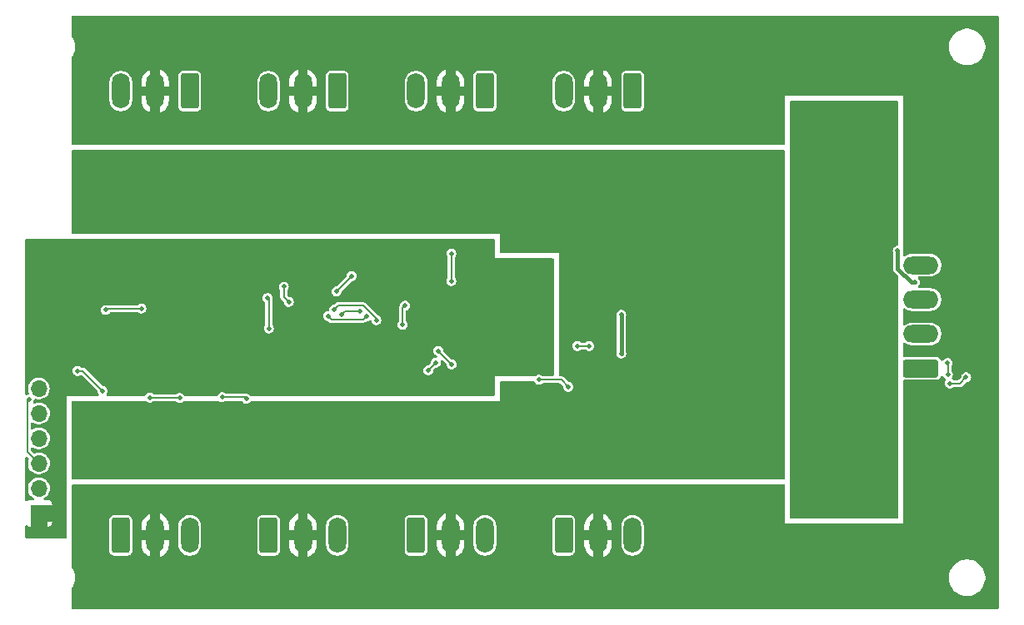
<source format=gbr>
%TF.GenerationSoftware,KiCad,Pcbnew,8.0.2*%
%TF.CreationDate,2024-10-12T15:12:06+02:00*%
%TF.ProjectId,OSSD-8A,4f535344-2d38-4412-9e6b-696361645f70,rev?*%
%TF.SameCoordinates,Original*%
%TF.FileFunction,Copper,L2,Bot*%
%TF.FilePolarity,Positive*%
%FSLAX46Y46*%
G04 Gerber Fmt 4.6, Leading zero omitted, Abs format (unit mm)*
G04 Created by KiCad (PCBNEW 8.0.2) date 2024-10-12 15:12:06*
%MOMM*%
%LPD*%
G01*
G04 APERTURE LIST*
G04 Aperture macros list*
%AMRoundRect*
0 Rectangle with rounded corners*
0 $1 Rounding radius*
0 $2 $3 $4 $5 $6 $7 $8 $9 X,Y pos of 4 corners*
0 Add a 4 corners polygon primitive as box body*
4,1,4,$2,$3,$4,$5,$6,$7,$8,$9,$2,$3,0*
0 Add four circle primitives for the rounded corners*
1,1,$1+$1,$2,$3*
1,1,$1+$1,$4,$5*
1,1,$1+$1,$6,$7*
1,1,$1+$1,$8,$9*
0 Add four rect primitives between the rounded corners*
20,1,$1+$1,$2,$3,$4,$5,0*
20,1,$1+$1,$4,$5,$6,$7,0*
20,1,$1+$1,$6,$7,$8,$9,0*
20,1,$1+$1,$8,$9,$2,$3,0*%
G04 Aperture macros list end*
%TA.AperFunction,ComponentPad*%
%ADD10RoundRect,0.250000X0.650000X1.550000X-0.650000X1.550000X-0.650000X-1.550000X0.650000X-1.550000X0*%
%TD*%
%TA.AperFunction,ComponentPad*%
%ADD11O,1.800000X3.600000*%
%TD*%
%TA.AperFunction,ComponentPad*%
%ADD12R,1.700000X1.700000*%
%TD*%
%TA.AperFunction,ComponentPad*%
%ADD13O,1.700000X1.700000*%
%TD*%
%TA.AperFunction,ComponentPad*%
%ADD14RoundRect,0.250000X-0.650000X-1.550000X0.650000X-1.550000X0.650000X1.550000X-0.650000X1.550000X0*%
%TD*%
%TA.AperFunction,ComponentPad*%
%ADD15RoundRect,0.250000X1.550000X-0.650000X1.550000X0.650000X-1.550000X0.650000X-1.550000X-0.650000X0*%
%TD*%
%TA.AperFunction,ComponentPad*%
%ADD16O,3.600000X1.800000*%
%TD*%
%TA.AperFunction,ViaPad*%
%ADD17C,0.500000*%
%TD*%
%TA.AperFunction,ViaPad*%
%ADD18C,0.800000*%
%TD*%
%TA.AperFunction,Conductor*%
%ADD19C,0.200000*%
%TD*%
%TA.AperFunction,Conductor*%
%ADD20C,0.400000*%
%TD*%
G04 APERTURE END LIST*
D10*
%TO.P,J61,1,Pin_1*%
%TO.N,Net-(D61-A)*%
X120500000Y-25000000D03*
D11*
%TO.P,J61,2,Pin_2*%
%TO.N,VCC_COILS*%
X117000000Y-25000000D03*
%TO.P,J61,3,Pin_3*%
%TO.N,Net-(D62-A)*%
X113500000Y-25000000D03*
%TD*%
D12*
%TO.P,J3,1,Pin_1*%
%TO.N,GND*%
X90170000Y-67945000D03*
D13*
%TO.P,J3,2,Pin_2*%
%TO.N,+5V*%
X90170000Y-65405000D03*
%TO.P,J3,3,Pin_3*%
%TO.N,/uController/LED*%
X90170000Y-62865000D03*
%TO.P,J3,4,Pin_4*%
%TO.N,/mosfets1/B*%
X90170000Y-60325000D03*
%TO.P,J3,5,Pin_5*%
%TO.N,/mosfets1/A*%
X90170000Y-57785000D03*
%TO.P,J3,6,Pin_6*%
%TO.N,/uController/RESET*%
X90170000Y-55245000D03*
%TD*%
D14*
%TO.P,J21,1,Pin_1*%
%TO.N,Net-(D21-A)*%
X128500000Y-70192500D03*
D11*
%TO.P,J21,2,Pin_2*%
%TO.N,VCC_COILS*%
X132000000Y-70192500D03*
%TO.P,J21,3,Pin_3*%
%TO.N,Net-(D22-A)*%
X135500000Y-70192500D03*
%TD*%
D14*
%TO.P,J11,1,Pin_1*%
%TO.N,Net-(D11-A)*%
X143500000Y-70192500D03*
D11*
%TO.P,J11,2,Pin_2*%
%TO.N,VCC_COILS*%
X147000000Y-70192500D03*
%TO.P,J11,3,Pin_3*%
%TO.N,Net-(D12-A)*%
X150500000Y-70192500D03*
%TD*%
D14*
%TO.P,J41,1,Pin_1*%
%TO.N,Net-(D41-A)*%
X98500000Y-70192500D03*
D11*
%TO.P,J41,2,Pin_2*%
%TO.N,VCC_COILS*%
X102000000Y-70192500D03*
%TO.P,J41,3,Pin_3*%
%TO.N,Net-(D42-A)*%
X105500000Y-70192500D03*
%TD*%
D15*
%TO.P,J62,1,Pin_1*%
%TO.N,/DCC/A*%
X179820500Y-53201000D03*
D16*
%TO.P,J62,2,Pin_2*%
%TO.N,/DCC/B*%
X179820500Y-49701000D03*
%TO.P,J62,3,Pin_3*%
%TO.N,/POWER/2*%
X179820500Y-46201000D03*
%TO.P,J62,4,Pin_4*%
%TO.N,/POWER/1*%
X179820500Y-42701000D03*
%TD*%
D10*
%TO.P,J81,1,Pin_1*%
%TO.N,Net-(D81-A)*%
X150500000Y-25000000D03*
D11*
%TO.P,J81,2,Pin_2*%
%TO.N,VCC_COILS*%
X147000000Y-25000000D03*
%TO.P,J81,3,Pin_3*%
%TO.N,Net-(D82-A)*%
X143500000Y-25000000D03*
%TD*%
D10*
%TO.P,J71,1,Pin_1*%
%TO.N,Net-(D71-A)*%
X135500000Y-25000000D03*
D11*
%TO.P,J71,2,Pin_2*%
%TO.N,VCC_COILS*%
X132000000Y-25000000D03*
%TO.P,J71,3,Pin_3*%
%TO.N,Net-(D72-A)*%
X128500000Y-25000000D03*
%TD*%
D10*
%TO.P,J51,1,Pin_1*%
%TO.N,Net-(D51-A)*%
X105500000Y-25000000D03*
D11*
%TO.P,J51,2,Pin_2*%
%TO.N,VCC_COILS*%
X102000000Y-25000000D03*
%TO.P,J51,3,Pin_3*%
%TO.N,Net-(D52-A)*%
X98500000Y-25000000D03*
%TD*%
D14*
%TO.P,J31,1,Pin_1*%
%TO.N,Net-(D31-A)*%
X113500000Y-70192500D03*
D11*
%TO.P,J31,2,Pin_2*%
%TO.N,VCC_COILS*%
X117000000Y-70192500D03*
%TO.P,J31,3,Pin_3*%
%TO.N,Net-(D32-A)*%
X120500000Y-70192500D03*
%TD*%
D17*
%TO.N,GND*%
X90424000Y-42418000D03*
X92710000Y-51816000D03*
X97663000Y-51943000D03*
X89916000Y-69850000D03*
X100457000Y-40894000D03*
X101854000Y-42672000D03*
D18*
X138938000Y-49530000D03*
D17*
X128651000Y-48895000D03*
X123317000Y-48768000D03*
X125984000Y-51054000D03*
X117602000Y-43180000D03*
X117983000Y-51689000D03*
X95250000Y-46101000D03*
X119761000Y-50165000D03*
D18*
X138557000Y-48133000D03*
D17*
X127254000Y-50419000D03*
D18*
X133096000Y-41275000D03*
D17*
X92000000Y-68000000D03*
X121158000Y-53848000D03*
X115443000Y-43180000D03*
X101854000Y-54483000D03*
X123571000Y-53086000D03*
X117729000Y-54102000D03*
X117221000Y-54864000D03*
X97282000Y-43561000D03*
X100965000Y-43815000D03*
X92329000Y-41275000D03*
D18*
X136271000Y-51308000D03*
X132588000Y-45339000D03*
D17*
X126238000Y-43688000D03*
X103505000Y-44704000D03*
D18*
X138430000Y-51054000D03*
D17*
X102997000Y-52705000D03*
X118999000Y-54991000D03*
X97155000Y-45720000D03*
X115062000Y-52451000D03*
X97663000Y-48768000D03*
D18*
X131191000Y-43942000D03*
X136398000Y-52705000D03*
D17*
X90043000Y-48133000D03*
X91948000Y-53975000D03*
X124460000Y-49784000D03*
D18*
X134493000Y-40513000D03*
D17*
X119761000Y-51181000D03*
X90043000Y-45593000D03*
D18*
X136525000Y-43434000D03*
X133223000Y-48641000D03*
X138557000Y-46355000D03*
X138557000Y-44577000D03*
D17*
X117475000Y-41275000D03*
X120015000Y-43942000D03*
X92710000Y-46990000D03*
X123952000Y-46228000D03*
X116459000Y-45085000D03*
X99060000Y-54737000D03*
X90043000Y-51943000D03*
D18*
X141224000Y-51181000D03*
D17*
X97409000Y-52832000D03*
D18*
X141351000Y-44450000D03*
D17*
X92000000Y-62500000D03*
X114808000Y-50292000D03*
X127762000Y-45212000D03*
X126111000Y-46609000D03*
X97155000Y-41021000D03*
X92202000Y-69850000D03*
D18*
X130810000Y-40767000D03*
D17*
X104140000Y-42418000D03*
%TO.N,+5V*%
X113538000Y-49140000D03*
X113411000Y-46040000D03*
X127127000Y-48768000D03*
X127381000Y-46821000D03*
%TO.N,/DCC/B*%
X182534591Y-53812409D03*
X182493552Y-52651000D03*
D18*
%TO.N,GND2*%
X164719000Y-41402000D03*
X116223000Y-63675500D03*
X113411000Y-63627000D03*
X138557000Y-57023000D03*
X136333000Y-36216000D03*
X107950000Y-58166000D03*
X159258000Y-53594000D03*
X106176000Y-62405500D03*
X143256000Y-63754000D03*
X112667000Y-58976500D03*
X131223000Y-63675500D03*
X139446000Y-58801000D03*
X101223000Y-63675500D03*
X129348000Y-31771000D03*
X134809000Y-37359000D03*
X157353000Y-56388000D03*
X164846000Y-53467000D03*
X132777000Y-31517000D03*
X121158000Y-58039000D03*
X114348000Y-31771000D03*
X147320000Y-44069000D03*
D17*
X132080000Y-44323000D03*
D18*
X156718000Y-61214000D03*
X105156000Y-57404000D03*
X142667000Y-58976500D03*
X97824000Y-32787000D03*
X150114000Y-56261000D03*
X151333000Y-36216000D03*
X127667000Y-58976500D03*
X142748000Y-57023000D03*
X99191000Y-57833500D03*
X131253000Y-31517000D03*
X119809000Y-37359000D03*
X123571000Y-58293000D03*
X164973000Y-47498000D03*
X165100000Y-63627000D03*
X128397000Y-63627000D03*
X112824000Y-32787000D03*
X153035000Y-38227000D03*
X164592000Y-61468000D03*
X155067000Y-61214000D03*
X134652000Y-63421500D03*
X137160000Y-58420000D03*
X109982000Y-36068000D03*
X159258000Y-61214000D03*
X146223000Y-63675500D03*
X121176000Y-62405500D03*
X164973000Y-56261000D03*
X152146000Y-54483000D03*
X114191000Y-57833500D03*
X132747000Y-63675500D03*
X104652000Y-63421500D03*
X147193000Y-40132000D03*
X159512000Y-34163000D03*
X129191000Y-57833500D03*
X117777000Y-31517000D03*
X106333000Y-36216000D03*
X124500000Y-60500000D03*
X127824000Y-32787000D03*
X153543000Y-48133000D03*
X97667000Y-58976500D03*
X159131000Y-41275000D03*
X151176000Y-62405500D03*
X121333000Y-36216000D03*
X140081000Y-36195000D03*
X111506000Y-57150000D03*
X144191000Y-57833500D03*
X153289000Y-51562000D03*
X101253000Y-31517000D03*
X144348000Y-31771000D03*
X125095000Y-36068000D03*
X134747000Y-57404000D03*
X96774000Y-57277000D03*
X140970000Y-57023000D03*
X119652000Y-63421500D03*
X99348000Y-31771000D03*
X142824000Y-32787000D03*
X104809000Y-37359000D03*
X102747000Y-63675500D03*
X162045154Y-61013818D03*
X136176000Y-62405500D03*
X161544000Y-35687000D03*
X155321000Y-34036000D03*
X149809000Y-37359000D03*
X165100000Y-32004000D03*
D17*
X132080000Y-41529000D03*
D18*
X98298000Y-63754000D03*
X94107000Y-63246000D03*
X147777000Y-31517000D03*
X147747000Y-63675500D03*
X152781000Y-58674000D03*
X146253000Y-31517000D03*
X164973000Y-34290000D03*
X117747000Y-63675500D03*
X149652000Y-63421500D03*
X163449000Y-60198000D03*
X148209000Y-46990000D03*
X94107000Y-59182000D03*
X116253000Y-31517000D03*
X102777000Y-31517000D03*
D17*
%TO.N,VCC*%
X149352000Y-47752000D03*
X149352000Y-51689000D03*
%TO.N,/mosfets1/A*%
X120142000Y-47244000D03*
X124460000Y-48321000D03*
%TO.N,/mosfets1/B*%
X119562591Y-47879000D03*
X123444000Y-47921000D03*
%TO.N,/uController/RESET*%
X100584000Y-47117000D03*
X120396000Y-45381000D03*
X121962000Y-43815000D03*
X96954982Y-47267200D03*
%TO.N,/DCC/DCC_TTL*%
X115570000Y-46440000D03*
X115062000Y-44897000D03*
%TO.N,/uController/LED*%
X120904000Y-47710000D03*
X89154000Y-56388000D03*
X122809000Y-47371000D03*
%TO.N,/POWER/2*%
X177447130Y-41246870D03*
X179197000Y-44450000D03*
D18*
%TO.N,VCC_CAP*%
X168148000Y-60833000D03*
X176276000Y-56515000D03*
X176657000Y-33655000D03*
D17*
X146100000Y-50927000D03*
D18*
X172847000Y-61341000D03*
X176276000Y-53721000D03*
X167386000Y-67437000D03*
X172466000Y-53721000D03*
X172593000Y-41402000D03*
X174625000Y-53848000D03*
X167640000Y-54102000D03*
X172593000Y-33401000D03*
X167259000Y-51435000D03*
X167259000Y-27559000D03*
X175768000Y-59690000D03*
X167640000Y-33782000D03*
D17*
X144900000Y-50927000D03*
D18*
X176149000Y-58293000D03*
X174498000Y-58039000D03*
X169926000Y-53721000D03*
X167513000Y-41402000D03*
X170942000Y-59944000D03*
X170688000Y-36068000D03*
X175768000Y-41529000D03*
X174625000Y-36195000D03*
X175895000Y-61341000D03*
%TO.N,VCC_COILS*%
X180975000Y-61849000D03*
X97028000Y-75946000D03*
X179070000Y-65151000D03*
X183007000Y-60071000D03*
X186309000Y-24257000D03*
X183007000Y-42164000D03*
X168148000Y-73914000D03*
X182753000Y-70104000D03*
X183007000Y-56261000D03*
X115697000Y-75184000D03*
X154813000Y-73914000D03*
X126238000Y-70739000D03*
X153500000Y-25000000D03*
X179070000Y-55245000D03*
X94996000Y-69977000D03*
X182245000Y-24130000D03*
X183896000Y-52959000D03*
X112903000Y-76327000D03*
X183007000Y-64389000D03*
X180721000Y-56261000D03*
X163322000Y-73787000D03*
X124460000Y-66929000D03*
X185420000Y-30607000D03*
X185420000Y-62865000D03*
X185547000Y-67945000D03*
X160401000Y-20955000D03*
X107950000Y-70358000D03*
X176657000Y-21590000D03*
X185420000Y-60706000D03*
X149987000Y-73533000D03*
X108077000Y-75946000D03*
X182499000Y-48514000D03*
X153500000Y-21000000D03*
X173609000Y-74422000D03*
X153670000Y-69977000D03*
X180848000Y-58039000D03*
X107442000Y-72644000D03*
X171323000Y-21463000D03*
X110744000Y-70358000D03*
X185420000Y-56896000D03*
X103378000Y-74041000D03*
X164846000Y-27559000D03*
X109474000Y-73025000D03*
X181610000Y-66929000D03*
X164846000Y-21082000D03*
X150495000Y-67056000D03*
X186766389Y-30576611D03*
X122936000Y-70231000D03*
X143256000Y-66675000D03*
X185420000Y-58801000D03*
X180975000Y-59944000D03*
X94107000Y-65913000D03*
X185674000Y-37846000D03*
X98298000Y-67056000D03*
X140970000Y-72263000D03*
X178816000Y-69977000D03*
X164973000Y-29591000D03*
X182118000Y-29718000D03*
X185928000Y-51435000D03*
X105537000Y-67183000D03*
X178943000Y-24257000D03*
X139446000Y-67564000D03*
X186055000Y-45847000D03*
X164846000Y-24257000D03*
X176784000Y-76454000D03*
X99314000Y-73279000D03*
X137922000Y-70993000D03*
X180213000Y-73025000D03*
X153289000Y-72263000D03*
X157353000Y-20955000D03*
X186817000Y-67056000D03*
D17*
%TO.N,Net-(SW1-A)*%
X96649094Y-55501095D03*
X111252000Y-56303000D03*
X104479909Y-56219909D03*
X129722591Y-53411409D03*
X94107000Y-53467000D03*
X101444183Y-56176000D03*
X108797000Y-56134000D03*
X130500409Y-52633591D03*
%TO.N,/CDU/chargeEnable*%
X140988839Y-54350000D03*
X182753000Y-54737000D03*
X132106749Y-52805252D03*
X143971095Y-55063000D03*
X184391909Y-54114091D03*
X130768000Y-51435000D03*
%TD*%
D19*
%TO.N,+5V*%
X127127000Y-47075000D02*
X127381000Y-46821000D01*
X113538000Y-46167000D02*
X113411000Y-46040000D01*
X127127000Y-48768000D02*
X127127000Y-47075000D01*
X113538000Y-49140000D02*
X113538000Y-46167000D01*
%TO.N,/DCC/B*%
X182534591Y-53812409D02*
X182534591Y-52692039D01*
X182534591Y-52692039D02*
X182493552Y-52651000D01*
%TO.N,GND2*%
X132080000Y-44323000D02*
X132080000Y-41529000D01*
D20*
%TO.N,VCC*%
X149352000Y-47752000D02*
X149352000Y-51689000D01*
D19*
%TO.N,/mosfets1/A*%
X120565000Y-46821000D02*
X123121818Y-46821000D01*
X123121818Y-46821000D02*
X124460000Y-48159182D01*
X124460000Y-48159182D02*
X124460000Y-48321000D01*
X120142000Y-47244000D02*
X120565000Y-46821000D01*
%TO.N,/mosfets1/B*%
X119562591Y-47879000D02*
X119943591Y-48260000D01*
X119943591Y-48260000D02*
X123105000Y-48260000D01*
X123105000Y-48260000D02*
X123444000Y-47921000D01*
%TO.N,/uController/RESET*%
X96954982Y-47267200D02*
X97105182Y-47117000D01*
X120396000Y-45381000D02*
X121962000Y-43815000D01*
X97105182Y-47117000D02*
X100584000Y-47117000D01*
%TO.N,/DCC/DCC_TTL*%
X115062000Y-44897000D02*
X115062000Y-45932000D01*
X115062000Y-45932000D02*
X115570000Y-46440000D01*
%TO.N,/uController/LED*%
X89020000Y-61715000D02*
X90170000Y-62865000D01*
X121243000Y-47371000D02*
X122809000Y-47371000D01*
X89020000Y-56522000D02*
X89020000Y-61715000D01*
X120904000Y-47710000D02*
X121243000Y-47371000D01*
X89154000Y-56388000D02*
X89020000Y-56522000D01*
D20*
%TO.N,/POWER/2*%
X177447130Y-41246870D02*
X177447130Y-43066108D01*
X177447130Y-43066108D02*
X178831022Y-44450000D01*
X178831022Y-44450000D02*
X179197000Y-44450000D01*
D19*
%TO.N,VCC_CAP*%
X144900000Y-50927000D02*
X146100000Y-50927000D01*
%TO.N,Net-(SW1-A)*%
X111083000Y-56134000D02*
X111252000Y-56303000D01*
X94107000Y-53467000D02*
X94614999Y-53467000D01*
X108797000Y-56134000D02*
X111083000Y-56134000D01*
X94614999Y-53467000D02*
X96649094Y-55501095D01*
X129722591Y-53411409D02*
X130500409Y-52633591D01*
X101444183Y-56176000D02*
X104436000Y-56176000D01*
X104436000Y-56176000D02*
X104479909Y-56219909D01*
%TO.N,/CDU/chargeEnable*%
X140988839Y-54350000D02*
X143258095Y-54350000D01*
X130768000Y-51435000D02*
X130768000Y-51466503D01*
X130768000Y-51466503D02*
X132106749Y-52805252D01*
X182753000Y-54737000D02*
X183769000Y-54737000D01*
X183769000Y-54737000D02*
X184391909Y-54114091D01*
X143258095Y-54350000D02*
X143971095Y-55063000D01*
%TD*%
%TA.AperFunction,Conductor*%
%TO.N,GND2*%
G36*
X165943039Y-31019685D02*
G01*
X165988794Y-31072489D01*
X166000000Y-31124000D01*
X166000000Y-64376000D01*
X165980315Y-64443039D01*
X165927511Y-64488794D01*
X165876000Y-64500000D01*
X93624000Y-64500000D01*
X93556961Y-64480315D01*
X93511206Y-64427511D01*
X93500000Y-64376000D01*
X93500000Y-56624000D01*
X93519685Y-56556961D01*
X93572489Y-56511206D01*
X93624000Y-56500000D01*
X101000752Y-56500000D01*
X101067791Y-56519685D01*
X101094463Y-56542795D01*
X101110408Y-56561196D01*
X101205903Y-56622568D01*
X101232452Y-56639630D01*
X101371644Y-56680499D01*
X101371646Y-56680500D01*
X101371647Y-56680500D01*
X101516720Y-56680500D01*
X101516720Y-56680499D01*
X101655912Y-56639630D01*
X101655913Y-56639630D01*
X101655915Y-56639629D01*
X101777958Y-56561196D01*
X101777960Y-56561194D01*
X101778433Y-56560785D01*
X101779001Y-56560525D01*
X101785419Y-56556401D01*
X101786012Y-56557323D01*
X101841989Y-56531762D01*
X101859633Y-56530500D01*
X104024859Y-56530500D01*
X104091898Y-56550185D01*
X104118571Y-56573296D01*
X104146134Y-56605105D01*
X104241629Y-56666477D01*
X104268178Y-56683539D01*
X104407370Y-56724408D01*
X104407372Y-56724409D01*
X104407373Y-56724409D01*
X104552446Y-56724409D01*
X104552446Y-56724408D01*
X104691638Y-56683539D01*
X104691639Y-56683539D01*
X104696368Y-56680500D01*
X104813684Y-56605105D01*
X104867674Y-56542796D01*
X104926453Y-56505023D01*
X104961387Y-56500000D01*
X108396946Y-56500000D01*
X108463985Y-56519685D01*
X108463986Y-56519685D01*
X108585269Y-56597630D01*
X108724461Y-56638499D01*
X108724463Y-56638500D01*
X108724464Y-56638500D01*
X108869537Y-56638500D01*
X108869537Y-56638499D01*
X109008729Y-56597630D01*
X109008730Y-56597630D01*
X109038407Y-56578558D01*
X109130014Y-56519684D01*
X109197053Y-56500000D01*
X110707657Y-56500000D01*
X110774696Y-56519685D01*
X110820450Y-56572487D01*
X110823220Y-56578553D01*
X110823222Y-56578556D01*
X110823223Y-56578558D01*
X110918225Y-56688196D01*
X110974573Y-56724409D01*
X111040269Y-56766630D01*
X111179461Y-56807499D01*
X111179463Y-56807500D01*
X111179464Y-56807500D01*
X111324537Y-56807500D01*
X111324537Y-56807499D01*
X111463729Y-56766630D01*
X111463730Y-56766630D01*
X111463732Y-56766629D01*
X111585775Y-56688196D01*
X111680777Y-56578558D01*
X111683550Y-56572487D01*
X111729305Y-56519683D01*
X111796343Y-56500000D01*
X137000000Y-56500000D01*
X137000000Y-54624000D01*
X137019685Y-54556961D01*
X137072489Y-54511206D01*
X137124000Y-54500000D01*
X140423032Y-54500000D01*
X140490071Y-54519685D01*
X140535825Y-54572487D01*
X140560062Y-54625558D01*
X140655064Y-54735196D01*
X140691416Y-54758558D01*
X140777108Y-54813630D01*
X140916300Y-54854499D01*
X140916302Y-54854500D01*
X140916303Y-54854500D01*
X141061376Y-54854500D01*
X141061376Y-54854499D01*
X141200568Y-54813630D01*
X141200569Y-54813630D01*
X141200571Y-54813629D01*
X141322614Y-54735196D01*
X141322616Y-54735194D01*
X141323089Y-54734785D01*
X141323657Y-54734525D01*
X141330075Y-54730401D01*
X141330668Y-54731323D01*
X141386645Y-54705762D01*
X141404289Y-54704500D01*
X143059894Y-54704500D01*
X143126933Y-54724185D01*
X143147575Y-54740819D01*
X143430821Y-55024065D01*
X143464306Y-55085388D01*
X143465878Y-55094099D01*
X143482052Y-55206594D01*
X143482053Y-55206599D01*
X143537327Y-55327629D01*
X143542318Y-55338558D01*
X143637320Y-55448196D01*
X143708273Y-55493795D01*
X143759364Y-55526630D01*
X143898556Y-55567499D01*
X143898558Y-55567500D01*
X143898559Y-55567500D01*
X144043632Y-55567500D01*
X144043632Y-55567499D01*
X144182824Y-55526630D01*
X144182825Y-55526630D01*
X144182827Y-55526629D01*
X144304870Y-55448196D01*
X144399872Y-55338558D01*
X144460137Y-55206596D01*
X144480783Y-55063000D01*
X144460137Y-54919404D01*
X144460136Y-54919400D01*
X144421315Y-54834397D01*
X144399872Y-54787442D01*
X144304870Y-54677804D01*
X144225190Y-54626596D01*
X144182825Y-54599369D01*
X144043633Y-54558500D01*
X144043631Y-54558500D01*
X144019296Y-54558500D01*
X143952257Y-54538815D01*
X143931615Y-54522181D01*
X143475764Y-54066330D01*
X143475763Y-54066329D01*
X143394927Y-54019659D01*
X143394928Y-54019659D01*
X143364873Y-54011606D01*
X143304766Y-53995500D01*
X143304764Y-53995500D01*
X143124000Y-53995500D01*
X143056961Y-53975815D01*
X143011206Y-53923011D01*
X143000000Y-53871500D01*
X143000000Y-50927000D01*
X144390312Y-50927000D01*
X144410957Y-51070595D01*
X144410958Y-51070599D01*
X144462976Y-51184500D01*
X144471223Y-51202558D01*
X144566225Y-51312196D01*
X144641223Y-51360395D01*
X144688269Y-51390630D01*
X144827461Y-51431499D01*
X144827463Y-51431500D01*
X144827464Y-51431500D01*
X144972537Y-51431500D01*
X144972537Y-51431499D01*
X145111729Y-51390630D01*
X145111730Y-51390630D01*
X145111732Y-51390629D01*
X145233775Y-51312196D01*
X145233777Y-51312194D01*
X145234250Y-51311785D01*
X145234818Y-51311525D01*
X145241236Y-51307401D01*
X145241829Y-51308323D01*
X145297806Y-51282762D01*
X145315450Y-51281500D01*
X145684550Y-51281500D01*
X145751589Y-51301185D01*
X145765750Y-51311785D01*
X145766222Y-51312194D01*
X145888269Y-51390630D01*
X146027461Y-51431499D01*
X146027463Y-51431500D01*
X146027464Y-51431500D01*
X146172537Y-51431500D01*
X146172537Y-51431499D01*
X146311729Y-51390630D01*
X146311730Y-51390630D01*
X146311732Y-51390629D01*
X146433775Y-51312196D01*
X146528777Y-51202558D01*
X146589042Y-51070596D01*
X146609688Y-50927000D01*
X146589042Y-50783404D01*
X146589041Y-50783400D01*
X146540538Y-50677196D01*
X146528777Y-50651442D01*
X146433775Y-50541804D01*
X146398950Y-50519423D01*
X146311730Y-50463369D01*
X146172538Y-50422500D01*
X146172536Y-50422500D01*
X146027464Y-50422500D01*
X146027461Y-50422500D01*
X145888270Y-50463369D01*
X145888269Y-50463369D01*
X145766222Y-50541805D01*
X145765750Y-50542215D01*
X145765181Y-50542474D01*
X145758764Y-50546599D01*
X145758170Y-50545676D01*
X145702194Y-50571238D01*
X145684550Y-50572500D01*
X145315450Y-50572500D01*
X145248411Y-50552815D01*
X145234250Y-50542215D01*
X145233777Y-50541805D01*
X145111730Y-50463369D01*
X144972538Y-50422500D01*
X144972536Y-50422500D01*
X144827464Y-50422500D01*
X144827461Y-50422500D01*
X144688270Y-50463369D01*
X144688269Y-50463369D01*
X144566226Y-50541803D01*
X144566225Y-50541803D01*
X144566225Y-50541804D01*
X144562870Y-50545676D01*
X144471223Y-50651442D01*
X144471222Y-50651443D01*
X144410958Y-50783400D01*
X144410957Y-50783404D01*
X144390312Y-50927000D01*
X143000000Y-50927000D01*
X143000000Y-47752000D01*
X148842312Y-47752000D01*
X148862957Y-47895591D01*
X148862957Y-47895593D01*
X148862957Y-47895594D01*
X148862958Y-47895596D01*
X148886295Y-47946698D01*
X148897500Y-47998206D01*
X148897500Y-51442791D01*
X148886295Y-51494302D01*
X148862958Y-51545403D01*
X148862957Y-51545404D01*
X148842312Y-51689000D01*
X148862957Y-51832595D01*
X148862958Y-51832599D01*
X148914976Y-51946500D01*
X148923223Y-51964558D01*
X149018225Y-52074196D01*
X149096659Y-52124602D01*
X149140269Y-52152630D01*
X149279461Y-52193499D01*
X149279463Y-52193500D01*
X149279464Y-52193500D01*
X149424537Y-52193500D01*
X149424537Y-52193499D01*
X149563729Y-52152630D01*
X149563730Y-52152630D01*
X149563732Y-52152629D01*
X149685775Y-52074196D01*
X149780777Y-51964558D01*
X149823664Y-51870646D01*
X149841041Y-51832599D01*
X149841042Y-51832595D01*
X149846093Y-51797463D01*
X149861688Y-51689000D01*
X149841042Y-51545404D01*
X149817705Y-51494302D01*
X149806500Y-51442791D01*
X149806500Y-47998206D01*
X149817704Y-47946698D01*
X149841042Y-47895596D01*
X149861688Y-47752000D01*
X149841042Y-47608404D01*
X149841041Y-47608400D01*
X149788706Y-47493804D01*
X149780777Y-47476442D01*
X149685775Y-47366804D01*
X149608729Y-47317289D01*
X149563730Y-47288369D01*
X149424538Y-47247500D01*
X149424536Y-47247500D01*
X149279464Y-47247500D01*
X149279461Y-47247500D01*
X149140270Y-47288369D01*
X149140269Y-47288369D01*
X149018226Y-47366803D01*
X148923223Y-47476442D01*
X148923222Y-47476443D01*
X148862958Y-47608400D01*
X148862957Y-47608404D01*
X148842312Y-47752000D01*
X143000000Y-47752000D01*
X143000000Y-41500000D01*
X137124000Y-41500000D01*
X137056961Y-41480315D01*
X137011206Y-41427511D01*
X137000000Y-41376000D01*
X137000000Y-39500000D01*
X93624000Y-39500000D01*
X93556961Y-39480315D01*
X93511206Y-39427511D01*
X93500000Y-39376000D01*
X93500000Y-31124000D01*
X93519685Y-31056961D01*
X93572489Y-31011206D01*
X93624000Y-31000000D01*
X165876000Y-31000000D01*
X165943039Y-31019685D01*
G37*
%TD.AperFunction*%
%TD*%
%TA.AperFunction,Conductor*%
%TO.N,GND*%
G36*
X93000000Y-55507000D02*
G01*
X93000000Y-56000000D01*
X93000000Y-70376000D01*
X92980315Y-70443039D01*
X92927511Y-70488794D01*
X92876000Y-70500000D01*
X88924500Y-70500000D01*
X88857461Y-70480315D01*
X88811706Y-70427511D01*
X88800500Y-70376000D01*
X88800500Y-69278405D01*
X88820185Y-69211366D01*
X88872989Y-69165611D01*
X88942147Y-69155667D01*
X88998812Y-69179139D01*
X89077910Y-69238352D01*
X89077913Y-69238354D01*
X89212620Y-69288596D01*
X89212627Y-69288598D01*
X89272155Y-69294999D01*
X89272172Y-69295000D01*
X89320000Y-69295000D01*
X91020000Y-69295000D01*
X91067828Y-69295000D01*
X91067844Y-69294999D01*
X91127372Y-69288598D01*
X91127379Y-69288596D01*
X91262086Y-69238354D01*
X91262093Y-69238350D01*
X91377187Y-69152190D01*
X91377190Y-69152187D01*
X91463350Y-69037093D01*
X91463354Y-69037086D01*
X91513596Y-68902379D01*
X91513598Y-68902372D01*
X91519999Y-68842844D01*
X91520000Y-68842827D01*
X91520000Y-68795000D01*
X91020000Y-68795000D01*
X91020000Y-69295000D01*
X89320000Y-69295000D01*
X89320000Y-67879174D01*
X89670000Y-67879174D01*
X89670000Y-68010826D01*
X89704075Y-68137993D01*
X89769901Y-68252007D01*
X89862993Y-68345099D01*
X89977007Y-68410925D01*
X90104174Y-68445000D01*
X90235826Y-68445000D01*
X90362993Y-68410925D01*
X90477007Y-68345099D01*
X90570099Y-68252007D01*
X90635925Y-68137993D01*
X90670000Y-68010826D01*
X90670000Y-67879174D01*
X90635925Y-67752007D01*
X90570099Y-67637993D01*
X90477007Y-67544901D01*
X90362993Y-67479075D01*
X90235826Y-67445000D01*
X90104174Y-67445000D01*
X89977007Y-67479075D01*
X89862993Y-67544901D01*
X89769901Y-67637993D01*
X89704075Y-67752007D01*
X89670000Y-67879174D01*
X89320000Y-67879174D01*
X89320000Y-67219000D01*
X89339685Y-67151961D01*
X89392489Y-67106206D01*
X89444000Y-67095000D01*
X91520000Y-67095000D01*
X91520000Y-67047172D01*
X91519999Y-67047155D01*
X91513598Y-66987627D01*
X91513596Y-66987620D01*
X91463354Y-66852913D01*
X91463350Y-66852906D01*
X91377190Y-66737812D01*
X91377187Y-66737809D01*
X91262093Y-66651649D01*
X91262086Y-66651645D01*
X91127379Y-66601403D01*
X91127372Y-66601401D01*
X91067844Y-66595000D01*
X90781985Y-66595000D01*
X90714946Y-66575315D01*
X90669191Y-66522511D01*
X90659247Y-66453353D01*
X90688272Y-66389797D01*
X90716708Y-66365573D01*
X90838460Y-66290187D01*
X90838459Y-66290187D01*
X90838462Y-66290186D01*
X90989732Y-66152285D01*
X91113088Y-65988935D01*
X91204328Y-65805701D01*
X91260345Y-65608821D01*
X91279232Y-65405000D01*
X91260345Y-65201179D01*
X91204328Y-65004299D01*
X91113088Y-64821065D01*
X90989732Y-64657715D01*
X90989730Y-64657712D01*
X90838462Y-64519814D01*
X90838460Y-64519812D01*
X90664430Y-64412057D01*
X90664424Y-64412054D01*
X90513993Y-64353777D01*
X90473556Y-64338112D01*
X90272347Y-64300500D01*
X90067653Y-64300500D01*
X89866444Y-64338112D01*
X89866441Y-64338112D01*
X89866441Y-64338113D01*
X89675575Y-64412054D01*
X89675569Y-64412057D01*
X89501539Y-64519812D01*
X89501537Y-64519814D01*
X89350269Y-64657712D01*
X89226912Y-64821064D01*
X89135673Y-65004295D01*
X89079654Y-65201183D01*
X89060768Y-65404999D01*
X89060768Y-65405000D01*
X89079654Y-65608816D01*
X89135673Y-65805704D01*
X89226912Y-65988935D01*
X89350269Y-66152287D01*
X89501537Y-66290185D01*
X89501539Y-66290187D01*
X89623292Y-66365573D01*
X89669928Y-66417601D01*
X89681032Y-66486582D01*
X89653079Y-66550617D01*
X89594944Y-66589373D01*
X89558015Y-66595000D01*
X89272155Y-66595000D01*
X89212627Y-66601401D01*
X89212620Y-66601403D01*
X89077913Y-66651645D01*
X89077910Y-66651647D01*
X88998811Y-66710861D01*
X88933347Y-66735278D01*
X88865074Y-66720426D01*
X88815668Y-66671021D01*
X88800500Y-66611594D01*
X88800500Y-62296201D01*
X88820185Y-62229162D01*
X88872989Y-62183407D01*
X88942147Y-62173463D01*
X89005703Y-62202488D01*
X89012181Y-62208520D01*
X89116559Y-62312898D01*
X89150044Y-62374221D01*
X89145060Y-62443913D01*
X89139880Y-62455847D01*
X89135674Y-62464293D01*
X89135671Y-62464300D01*
X89079654Y-62661183D01*
X89060768Y-62864999D01*
X89060768Y-62865000D01*
X89079654Y-63068816D01*
X89135673Y-63265704D01*
X89226912Y-63448935D01*
X89350269Y-63612287D01*
X89501537Y-63750185D01*
X89501539Y-63750187D01*
X89675569Y-63857942D01*
X89675575Y-63857945D01*
X89716010Y-63873609D01*
X89866444Y-63931888D01*
X90067653Y-63969500D01*
X90067656Y-63969500D01*
X90272344Y-63969500D01*
X90272347Y-63969500D01*
X90473556Y-63931888D01*
X90664427Y-63857944D01*
X90838462Y-63750186D01*
X90989732Y-63612285D01*
X91113088Y-63448935D01*
X91204328Y-63265701D01*
X91260345Y-63068821D01*
X91279232Y-62865000D01*
X91260345Y-62661179D01*
X91204328Y-62464299D01*
X91113088Y-62281065D01*
X90989732Y-62117715D01*
X90989730Y-62117712D01*
X90838462Y-61979814D01*
X90838460Y-61979812D01*
X90664430Y-61872057D01*
X90664424Y-61872054D01*
X90513993Y-61813777D01*
X90473556Y-61798112D01*
X90272347Y-61760500D01*
X90067653Y-61760500D01*
X89902289Y-61791411D01*
X89866438Y-61798113D01*
X89752947Y-61842080D01*
X89683324Y-61847942D01*
X89621584Y-61815232D01*
X89620473Y-61814134D01*
X89410819Y-61604480D01*
X89377334Y-61543157D01*
X89374500Y-61516799D01*
X89374500Y-61354150D01*
X89394185Y-61287111D01*
X89446989Y-61241356D01*
X89516147Y-61231412D01*
X89563776Y-61248722D01*
X89675573Y-61317944D01*
X89675574Y-61317944D01*
X89675575Y-61317945D01*
X89716010Y-61333609D01*
X89866444Y-61391888D01*
X90067653Y-61429500D01*
X90067656Y-61429500D01*
X90272344Y-61429500D01*
X90272347Y-61429500D01*
X90473556Y-61391888D01*
X90664427Y-61317944D01*
X90838462Y-61210186D01*
X90989732Y-61072285D01*
X91113088Y-60908935D01*
X91204328Y-60725701D01*
X91260345Y-60528821D01*
X91279232Y-60325000D01*
X91260345Y-60121179D01*
X91204328Y-59924299D01*
X91113088Y-59741065D01*
X90989732Y-59577715D01*
X90989730Y-59577712D01*
X90838462Y-59439814D01*
X90838460Y-59439812D01*
X90664430Y-59332057D01*
X90664424Y-59332054D01*
X90513993Y-59273777D01*
X90473556Y-59258112D01*
X90272347Y-59220500D01*
X90067653Y-59220500D01*
X89866444Y-59258112D01*
X89866441Y-59258112D01*
X89866441Y-59258113D01*
X89675575Y-59332054D01*
X89675569Y-59332057D01*
X89563777Y-59401276D01*
X89496416Y-59419831D01*
X89429717Y-59399023D01*
X89384856Y-59345458D01*
X89374500Y-59295849D01*
X89374500Y-58814150D01*
X89394185Y-58747111D01*
X89446989Y-58701356D01*
X89516147Y-58691412D01*
X89563776Y-58708722D01*
X89675573Y-58777944D01*
X89675574Y-58777944D01*
X89675575Y-58777945D01*
X89716010Y-58793609D01*
X89866444Y-58851888D01*
X90067653Y-58889500D01*
X90067656Y-58889500D01*
X90272344Y-58889500D01*
X90272347Y-58889500D01*
X90473556Y-58851888D01*
X90664427Y-58777944D01*
X90838462Y-58670186D01*
X90989732Y-58532285D01*
X91113088Y-58368935D01*
X91204328Y-58185701D01*
X91260345Y-57988821D01*
X91279232Y-57785000D01*
X91260345Y-57581179D01*
X91204328Y-57384299D01*
X91113088Y-57201065D01*
X90989732Y-57037715D01*
X90989730Y-57037712D01*
X90838462Y-56899814D01*
X90838460Y-56899812D01*
X90664430Y-56792057D01*
X90664424Y-56792054D01*
X90494960Y-56726404D01*
X90473556Y-56718112D01*
X90272347Y-56680500D01*
X90067653Y-56680500D01*
X89902289Y-56711411D01*
X89866438Y-56718113D01*
X89775731Y-56753253D01*
X89706107Y-56759114D01*
X89644368Y-56726404D01*
X89610113Y-56665507D01*
X89614220Y-56595759D01*
X89618136Y-56586131D01*
X89643042Y-56531596D01*
X89662568Y-56395787D01*
X89691593Y-56332232D01*
X89750371Y-56294458D01*
X89820241Y-56294458D01*
X89830100Y-56297809D01*
X89866436Y-56311885D01*
X89866444Y-56311888D01*
X90067653Y-56349500D01*
X90067656Y-56349500D01*
X90272344Y-56349500D01*
X90272347Y-56349500D01*
X90473556Y-56311888D01*
X90664427Y-56237944D01*
X90838462Y-56130186D01*
X90989732Y-55992285D01*
X91113088Y-55828935D01*
X91204328Y-55645701D01*
X91244427Y-55504765D01*
X93000000Y-55507000D01*
G37*
%TD.AperFunction*%
%TA.AperFunction,Conductor*%
G36*
X89094794Y-55502029D02*
G01*
X89135673Y-55645704D01*
X89166069Y-55706747D01*
X89178330Y-55775532D01*
X89151457Y-55840027D01*
X89093981Y-55879755D01*
X89089901Y-55880762D01*
X89089972Y-55881002D01*
X88959433Y-55919330D01*
X88889564Y-55919329D01*
X88830786Y-55881554D01*
X88801762Y-55817998D01*
X88800500Y-55800352D01*
X88800500Y-55501654D01*
X89094794Y-55502029D01*
G37*
%TD.AperFunction*%
%TD*%
%TA.AperFunction,Conductor*%
%TO.N,GND*%
G36*
X136443039Y-40019685D02*
G01*
X136488794Y-40072489D01*
X136500000Y-40124000D01*
X136500000Y-42000000D01*
X142376000Y-42000000D01*
X142443039Y-42019685D01*
X142488794Y-42072489D01*
X142500000Y-42124000D01*
X142500000Y-53875500D01*
X142480315Y-53942539D01*
X142427511Y-53988294D01*
X142376000Y-53999500D01*
X141402734Y-53999500D01*
X141335695Y-53979815D01*
X141321527Y-53969210D01*
X141319971Y-53967862D01*
X141319967Y-53967857D01*
X141198892Y-53890047D01*
X141198890Y-53890046D01*
X141198888Y-53890045D01*
X141198889Y-53890045D01*
X141060802Y-53849500D01*
X141060800Y-53849500D01*
X140916878Y-53849500D01*
X140916875Y-53849500D01*
X140778788Y-53890045D01*
X140657715Y-53967854D01*
X140657713Y-53967855D01*
X140657711Y-53967857D01*
X140657709Y-53967858D01*
X140655574Y-53969710D01*
X140652995Y-53970887D01*
X140650250Y-53972652D01*
X140649996Y-53972257D01*
X140592019Y-53998737D01*
X140574367Y-54000000D01*
X136500000Y-54000000D01*
X136500000Y-55876000D01*
X136480315Y-55943039D01*
X136427511Y-55988794D01*
X136376000Y-56000000D01*
X111708334Y-56000000D01*
X111641295Y-55980315D01*
X111614620Y-55957201D01*
X111583130Y-55920858D01*
X111528458Y-55885723D01*
X111462053Y-55843047D01*
X111462051Y-55843046D01*
X111462049Y-55843045D01*
X111462050Y-55843045D01*
X111323963Y-55802500D01*
X111323961Y-55802500D01*
X111216379Y-55802500D01*
X111184287Y-55798275D01*
X111129145Y-55783500D01*
X111129144Y-55783500D01*
X109210895Y-55783500D01*
X109143856Y-55763815D01*
X109129688Y-55753210D01*
X109128132Y-55751862D01*
X109128128Y-55751857D01*
X109007053Y-55674047D01*
X109007051Y-55674046D01*
X109007049Y-55674045D01*
X109007050Y-55674045D01*
X108868963Y-55633500D01*
X108868961Y-55633500D01*
X108725039Y-55633500D01*
X108725036Y-55633500D01*
X108586949Y-55674045D01*
X108465873Y-55751856D01*
X108371623Y-55860626D01*
X108371622Y-55860628D01*
X108341077Y-55927512D01*
X108295322Y-55980316D01*
X108228283Y-56000000D01*
X105007354Y-56000000D01*
X104940315Y-55980315D01*
X104912244Y-55952242D01*
X104911094Y-55953239D01*
X104889265Y-55928047D01*
X104811037Y-55837766D01*
X104689962Y-55759956D01*
X104689960Y-55759955D01*
X104689958Y-55759954D01*
X104689959Y-55759954D01*
X104551872Y-55719409D01*
X104551870Y-55719409D01*
X104407948Y-55719409D01*
X104407945Y-55719409D01*
X104269859Y-55759954D01*
X104269857Y-55759954D01*
X104198495Y-55805816D01*
X104131457Y-55825500D01*
X101858078Y-55825500D01*
X101791039Y-55805815D01*
X101776871Y-55795210D01*
X101775315Y-55793862D01*
X101775311Y-55793857D01*
X101654236Y-55716047D01*
X101654234Y-55716046D01*
X101654232Y-55716045D01*
X101654233Y-55716045D01*
X101516146Y-55675500D01*
X101516144Y-55675500D01*
X101372222Y-55675500D01*
X101372219Y-55675500D01*
X101234132Y-55716045D01*
X101113056Y-55793856D01*
X101018806Y-55902626D01*
X101018805Y-55902628D01*
X101007441Y-55927512D01*
X100961686Y-55980316D01*
X100894647Y-56000000D01*
X97150569Y-56000000D01*
X97083530Y-55980315D01*
X97037775Y-55927511D01*
X97027831Y-55858353D01*
X97056855Y-55794798D01*
X97057673Y-55793854D01*
X97074471Y-55774468D01*
X97134259Y-55643552D01*
X97154741Y-55501095D01*
X97134259Y-55358638D01*
X97074471Y-55227722D01*
X96980222Y-55118952D01*
X96859147Y-55041142D01*
X96859145Y-55041141D01*
X96859143Y-55041140D01*
X96859144Y-55041140D01*
X96721057Y-55000595D01*
X96721055Y-55000595D01*
X96695638Y-55000595D01*
X96628599Y-54980910D01*
X96607957Y-54964276D01*
X95055090Y-53411409D01*
X129216944Y-53411409D01*
X129237425Y-53553865D01*
X129297213Y-53684780D01*
X129297214Y-53684782D01*
X129391463Y-53793552D01*
X129512538Y-53871362D01*
X129512541Y-53871363D01*
X129512540Y-53871363D01*
X129650627Y-53911908D01*
X129650629Y-53911909D01*
X129650630Y-53911909D01*
X129794553Y-53911909D01*
X129794553Y-53911908D01*
X129932644Y-53871362D01*
X130053719Y-53793552D01*
X130147968Y-53684782D01*
X130207756Y-53553866D01*
X130224038Y-53440617D01*
X130253061Y-53377065D01*
X130259065Y-53370615D01*
X130459273Y-53170407D01*
X130520596Y-53136925D01*
X130546953Y-53134091D01*
X130572371Y-53134091D01*
X130572371Y-53134090D01*
X130710462Y-53093544D01*
X130831537Y-53015734D01*
X130925786Y-52906964D01*
X130985574Y-52776048D01*
X131006056Y-52633591D01*
X130986308Y-52496239D01*
X130996252Y-52427081D01*
X131042007Y-52374277D01*
X131109046Y-52354593D01*
X131176086Y-52374278D01*
X131196727Y-52390912D01*
X131570244Y-52764429D01*
X131603729Y-52825752D01*
X131605301Y-52834462D01*
X131621583Y-52947708D01*
X131648682Y-53007045D01*
X131681372Y-53078625D01*
X131775621Y-53187395D01*
X131896696Y-53265205D01*
X131896699Y-53265206D01*
X131896698Y-53265206D01*
X132034785Y-53305751D01*
X132034787Y-53305752D01*
X132034788Y-53305752D01*
X132178711Y-53305752D01*
X132178711Y-53305751D01*
X132316802Y-53265205D01*
X132437877Y-53187395D01*
X132532126Y-53078625D01*
X132591914Y-52947709D01*
X132612396Y-52805252D01*
X132591914Y-52662795D01*
X132532126Y-52531879D01*
X132437877Y-52423109D01*
X132316802Y-52345299D01*
X132316800Y-52345298D01*
X132316798Y-52345297D01*
X132316799Y-52345297D01*
X132178712Y-52304752D01*
X132178710Y-52304752D01*
X132153293Y-52304752D01*
X132086254Y-52285067D01*
X132065612Y-52268433D01*
X131309793Y-51512614D01*
X131276308Y-51451291D01*
X131274736Y-51442579D01*
X131273646Y-51435002D01*
X131273647Y-51435000D01*
X131253165Y-51292543D01*
X131193377Y-51161627D01*
X131099128Y-51052857D01*
X130978053Y-50975047D01*
X130978051Y-50975046D01*
X130978049Y-50975045D01*
X130978050Y-50975045D01*
X130839963Y-50934500D01*
X130839961Y-50934500D01*
X130696039Y-50934500D01*
X130696036Y-50934500D01*
X130557949Y-50975045D01*
X130436873Y-51052856D01*
X130342623Y-51161626D01*
X130342622Y-51161628D01*
X130282834Y-51292543D01*
X130262353Y-51435000D01*
X130282834Y-51577456D01*
X130342622Y-51708371D01*
X130342623Y-51708373D01*
X130436872Y-51817143D01*
X130545748Y-51887113D01*
X130557950Y-51894955D01*
X130560891Y-51896298D01*
X130563333Y-51898414D01*
X130565407Y-51899747D01*
X130565215Y-51900045D01*
X130613694Y-51942054D01*
X130633377Y-52009094D01*
X130613691Y-52076133D01*
X130560885Y-52121887D01*
X130509377Y-52133091D01*
X130428445Y-52133091D01*
X130290358Y-52173636D01*
X130169282Y-52251447D01*
X130075032Y-52360217D01*
X130075031Y-52360219D01*
X130015243Y-52491134D01*
X129998961Y-52604379D01*
X129969935Y-52667934D01*
X129963905Y-52674412D01*
X129763726Y-52874591D01*
X129702406Y-52908075D01*
X129676047Y-52910909D01*
X129650627Y-52910909D01*
X129512540Y-52951454D01*
X129391464Y-53029265D01*
X129297214Y-53138035D01*
X129297213Y-53138037D01*
X129237425Y-53268952D01*
X129216944Y-53411409D01*
X95055090Y-53411409D01*
X94830212Y-53186531D01*
X94830207Y-53186527D01*
X94750290Y-53140387D01*
X94750286Y-53140385D01*
X94744925Y-53138949D01*
X94744925Y-53138948D01*
X94676475Y-53120608D01*
X94661143Y-53116500D01*
X94661142Y-53116500D01*
X94520895Y-53116500D01*
X94453856Y-53096815D01*
X94439688Y-53086210D01*
X94438132Y-53084862D01*
X94438128Y-53084857D01*
X94317053Y-53007047D01*
X94317051Y-53007046D01*
X94317049Y-53007045D01*
X94317050Y-53007045D01*
X94178963Y-52966500D01*
X94178961Y-52966500D01*
X94035039Y-52966500D01*
X94035036Y-52966500D01*
X93896949Y-53007045D01*
X93775873Y-53084856D01*
X93681623Y-53193626D01*
X93681622Y-53193628D01*
X93621834Y-53324543D01*
X93601353Y-53467000D01*
X93621834Y-53609456D01*
X93656234Y-53684780D01*
X93681623Y-53740373D01*
X93775872Y-53849143D01*
X93896947Y-53926953D01*
X93896950Y-53926954D01*
X93896949Y-53926954D01*
X94035036Y-53967499D01*
X94035038Y-53967500D01*
X94035039Y-53967500D01*
X94178962Y-53967500D01*
X94178962Y-53967499D01*
X94317050Y-53926954D01*
X94317051Y-53926954D01*
X94317053Y-53926953D01*
X94392621Y-53878388D01*
X94459658Y-53858704D01*
X94526698Y-53878388D01*
X94547340Y-53895023D01*
X96112589Y-55460272D01*
X96146074Y-55521595D01*
X96147646Y-55530305D01*
X96163928Y-55643551D01*
X96218852Y-55763815D01*
X96223717Y-55774468D01*
X96240515Y-55793854D01*
X96241333Y-55794798D01*
X96270357Y-55858354D01*
X96260413Y-55927512D01*
X96214658Y-55980316D01*
X96147619Y-56000000D01*
X93000000Y-56000000D01*
X93000000Y-55507000D01*
X91240270Y-55504760D01*
X91256397Y-55448083D01*
X91275215Y-55245000D01*
X91256397Y-55041917D01*
X91200582Y-54845750D01*
X91182757Y-54809953D01*
X91144013Y-54732143D01*
X91109673Y-54663179D01*
X90986764Y-54500421D01*
X90986762Y-54500418D01*
X90836041Y-54363019D01*
X90836039Y-54363017D01*
X90662642Y-54255655D01*
X90662635Y-54255651D01*
X90538452Y-54207543D01*
X90472456Y-54181976D01*
X90271976Y-54144500D01*
X90068024Y-54144500D01*
X89867544Y-54181976D01*
X89867541Y-54181976D01*
X89867541Y-54181977D01*
X89677364Y-54255651D01*
X89677357Y-54255655D01*
X89503960Y-54363017D01*
X89503958Y-54363019D01*
X89353237Y-54500418D01*
X89230327Y-54663178D01*
X89139422Y-54845739D01*
X89139417Y-54845752D01*
X89083602Y-55041917D01*
X89064785Y-55244999D01*
X89064785Y-55245000D01*
X89083602Y-55448082D01*
X89098953Y-55502035D01*
X88800500Y-55501655D01*
X88800500Y-47267200D01*
X96449335Y-47267200D01*
X96469816Y-47409656D01*
X96529117Y-47539504D01*
X96529605Y-47540573D01*
X96623854Y-47649343D01*
X96744929Y-47727153D01*
X96744932Y-47727154D01*
X96744931Y-47727154D01*
X96883018Y-47767699D01*
X96883020Y-47767700D01*
X96883021Y-47767700D01*
X97026944Y-47767700D01*
X97026944Y-47767699D01*
X97165035Y-47727153D01*
X97286110Y-47649343D01*
X97380359Y-47540573D01*
X97380625Y-47539989D01*
X97381045Y-47539504D01*
X97385153Y-47533113D01*
X97386071Y-47533703D01*
X97426378Y-47487186D01*
X97493417Y-47467500D01*
X100170105Y-47467500D01*
X100237144Y-47487185D01*
X100251312Y-47497790D01*
X100252866Y-47499137D01*
X100252872Y-47499143D01*
X100373947Y-47576953D01*
X100373950Y-47576954D01*
X100373949Y-47576954D01*
X100512036Y-47617499D01*
X100512038Y-47617500D01*
X100512039Y-47617500D01*
X100655962Y-47617500D01*
X100655962Y-47617499D01*
X100794053Y-47576953D01*
X100915128Y-47499143D01*
X101009377Y-47390373D01*
X101069165Y-47259457D01*
X101089647Y-47117000D01*
X101069165Y-46974543D01*
X101009377Y-46843627D01*
X100915128Y-46734857D01*
X100794053Y-46657047D01*
X100794051Y-46657046D01*
X100794049Y-46657045D01*
X100794050Y-46657045D01*
X100655963Y-46616500D01*
X100655961Y-46616500D01*
X100512039Y-46616500D01*
X100512036Y-46616500D01*
X100373949Y-46657045D01*
X100252876Y-46734854D01*
X100252874Y-46734855D01*
X100252872Y-46734857D01*
X100252870Y-46734858D01*
X100251312Y-46736210D01*
X100249427Y-46737070D01*
X100245411Y-46739652D01*
X100245039Y-46739074D01*
X100187757Y-46765237D01*
X100170105Y-46766500D01*
X97059038Y-46766500D01*
X97058483Y-46766573D01*
X97035810Y-46766438D01*
X97035810Y-46766700D01*
X96883018Y-46766700D01*
X96744931Y-46807245D01*
X96623855Y-46885056D01*
X96529605Y-46993826D01*
X96529604Y-46993828D01*
X96469816Y-47124743D01*
X96449335Y-47267200D01*
X88800500Y-47267200D01*
X88800500Y-46040000D01*
X112905353Y-46040000D01*
X112925834Y-46182456D01*
X112985622Y-46313371D01*
X112985623Y-46313373D01*
X113079872Y-46422143D01*
X113130540Y-46454705D01*
X113176294Y-46507508D01*
X113187500Y-46559020D01*
X113187500Y-48733963D01*
X113167815Y-48801002D01*
X113157214Y-48815164D01*
X113112625Y-48866623D01*
X113112622Y-48866628D01*
X113052834Y-48997543D01*
X113032353Y-49140000D01*
X113052834Y-49282456D01*
X113112622Y-49413371D01*
X113112623Y-49413373D01*
X113206872Y-49522143D01*
X113327947Y-49599953D01*
X113327950Y-49599954D01*
X113327949Y-49599954D01*
X113466036Y-49640499D01*
X113466038Y-49640500D01*
X113466039Y-49640500D01*
X113609962Y-49640500D01*
X113609962Y-49640499D01*
X113748053Y-49599953D01*
X113869128Y-49522143D01*
X113963377Y-49413373D01*
X114023165Y-49282457D01*
X114043647Y-49140000D01*
X114023165Y-48997543D01*
X113963377Y-48866627D01*
X113963374Y-48866623D01*
X113918786Y-48815164D01*
X113889762Y-48751608D01*
X113888500Y-48733963D01*
X113888500Y-47879000D01*
X119056944Y-47879000D01*
X119077425Y-48021456D01*
X119137213Y-48152371D01*
X119137214Y-48152373D01*
X119231463Y-48261143D01*
X119352538Y-48338953D01*
X119352541Y-48338954D01*
X119352540Y-48338954D01*
X119490627Y-48379499D01*
X119490629Y-48379500D01*
X119490630Y-48379500D01*
X119516048Y-48379500D01*
X119583087Y-48399185D01*
X119603729Y-48415819D01*
X119663122Y-48475212D01*
X119728379Y-48540469D01*
X119728382Y-48540470D01*
X119728385Y-48540473D01*
X119808297Y-48586611D01*
X119808298Y-48586611D01*
X119808303Y-48586614D01*
X119897447Y-48610500D01*
X119897449Y-48610500D01*
X123151142Y-48610500D01*
X123151144Y-48610500D01*
X123240288Y-48586614D01*
X123320212Y-48540470D01*
X123402863Y-48457819D01*
X123464186Y-48424334D01*
X123490544Y-48421500D01*
X123515962Y-48421500D01*
X123515962Y-48421499D01*
X123654053Y-48380953D01*
X123774524Y-48303530D01*
X123841564Y-48283846D01*
X123908603Y-48303531D01*
X123954358Y-48356334D01*
X123964302Y-48390199D01*
X123974834Y-48463456D01*
X124034622Y-48594371D01*
X124034623Y-48594373D01*
X124128872Y-48703143D01*
X124249947Y-48780953D01*
X124249950Y-48780954D01*
X124249949Y-48780954D01*
X124388036Y-48821499D01*
X124388038Y-48821500D01*
X124388039Y-48821500D01*
X124531962Y-48821500D01*
X124531962Y-48821499D01*
X124670053Y-48780953D01*
X124690208Y-48768000D01*
X126621353Y-48768000D01*
X126641834Y-48910456D01*
X126681606Y-48997543D01*
X126701623Y-49041373D01*
X126795872Y-49150143D01*
X126916947Y-49227953D01*
X126916950Y-49227954D01*
X126916949Y-49227954D01*
X127055036Y-49268499D01*
X127055038Y-49268500D01*
X127055039Y-49268500D01*
X127198962Y-49268500D01*
X127198962Y-49268499D01*
X127337053Y-49227953D01*
X127458128Y-49150143D01*
X127552377Y-49041373D01*
X127612165Y-48910457D01*
X127632647Y-48768000D01*
X127612165Y-48625543D01*
X127552377Y-48494627D01*
X127552374Y-48494623D01*
X127507786Y-48443164D01*
X127478762Y-48379608D01*
X127477500Y-48361963D01*
X127477500Y-47407120D01*
X127497185Y-47340081D01*
X127549989Y-47294326D01*
X127566560Y-47288144D01*
X127591053Y-47280953D01*
X127712128Y-47203143D01*
X127806377Y-47094373D01*
X127866165Y-46963457D01*
X127886647Y-46821000D01*
X127866165Y-46678543D01*
X127806377Y-46547627D01*
X127712128Y-46438857D01*
X127591053Y-46361047D01*
X127591051Y-46361046D01*
X127591049Y-46361045D01*
X127591050Y-46361045D01*
X127452963Y-46320500D01*
X127452961Y-46320500D01*
X127309039Y-46320500D01*
X127309036Y-46320500D01*
X127170949Y-46361045D01*
X127049873Y-46438856D01*
X126955623Y-46547626D01*
X126955622Y-46547628D01*
X126895834Y-46678543D01*
X126879552Y-46791788D01*
X126851448Y-46853322D01*
X126851476Y-46853343D01*
X126851385Y-46853460D01*
X126850526Y-46855343D01*
X126847192Y-46858924D01*
X126846527Y-46859792D01*
X126816936Y-46911046D01*
X126816936Y-46911047D01*
X126800386Y-46939710D01*
X126776500Y-47028856D01*
X126776500Y-48361963D01*
X126756815Y-48429002D01*
X126746214Y-48443164D01*
X126701625Y-48494623D01*
X126701622Y-48494628D01*
X126641834Y-48625543D01*
X126621353Y-48768000D01*
X124690208Y-48768000D01*
X124791128Y-48703143D01*
X124885377Y-48594373D01*
X124945165Y-48463457D01*
X124965647Y-48321000D01*
X124945165Y-48178543D01*
X124885377Y-48047627D01*
X124791128Y-47938857D01*
X124670053Y-47861047D01*
X124670052Y-47861046D01*
X124670048Y-47861044D01*
X124667379Y-47859825D01*
X124631214Y-47834714D01*
X123337031Y-46540531D01*
X123337026Y-46540527D01*
X123257109Y-46494387D01*
X123257105Y-46494385D01*
X123251744Y-46492949D01*
X123251744Y-46492948D01*
X123183294Y-46474608D01*
X123167962Y-46470500D01*
X120518856Y-46470500D01*
X120435073Y-46492948D01*
X120435074Y-46492949D01*
X120429715Y-46494385D01*
X120429712Y-46494386D01*
X120349791Y-46540528D01*
X120349785Y-46540533D01*
X120183138Y-46707181D01*
X120121815Y-46740666D01*
X120095457Y-46743500D01*
X120070036Y-46743500D01*
X119931949Y-46784045D01*
X119810873Y-46861856D01*
X119716623Y-46970626D01*
X119716622Y-46970628D01*
X119656834Y-47101543D01*
X119636353Y-47244000D01*
X119636353Y-47252868D01*
X119633019Y-47252868D01*
X119625393Y-47305988D01*
X119579650Y-47358801D01*
X119512614Y-47378500D01*
X119490627Y-47378500D01*
X119352540Y-47419045D01*
X119231464Y-47496856D01*
X119231463Y-47496856D01*
X119231463Y-47496857D01*
X119218881Y-47511377D01*
X119137214Y-47605626D01*
X119137213Y-47605628D01*
X119077425Y-47736543D01*
X119056944Y-47879000D01*
X113888500Y-47879000D01*
X113888500Y-46226216D01*
X113896020Y-46191656D01*
X113893667Y-46190965D01*
X113896163Y-46182461D01*
X113896165Y-46182457D01*
X113916647Y-46040000D01*
X113896165Y-45897543D01*
X113836377Y-45766627D01*
X113742128Y-45657857D01*
X113621053Y-45580047D01*
X113621051Y-45580046D01*
X113621049Y-45580045D01*
X113621050Y-45580045D01*
X113482963Y-45539500D01*
X113482961Y-45539500D01*
X113339039Y-45539500D01*
X113339036Y-45539500D01*
X113200949Y-45580045D01*
X113079873Y-45657856D01*
X112985623Y-45766626D01*
X112985622Y-45766628D01*
X112925834Y-45897543D01*
X112905353Y-46040000D01*
X88800500Y-46040000D01*
X88800500Y-44897000D01*
X114556353Y-44897000D01*
X114576834Y-45039456D01*
X114607968Y-45107628D01*
X114636623Y-45170373D01*
X114681213Y-45221833D01*
X114710238Y-45285388D01*
X114711500Y-45303035D01*
X114711500Y-45978144D01*
X114731920Y-46054354D01*
X114732859Y-46057857D01*
X114735387Y-46067291D01*
X114781527Y-46147208D01*
X114781531Y-46147213D01*
X115033495Y-46399177D01*
X115066980Y-46460500D01*
X115068552Y-46469210D01*
X115084834Y-46582456D01*
X115118899Y-46657047D01*
X115144623Y-46713373D01*
X115238872Y-46822143D01*
X115359947Y-46899953D01*
X115359950Y-46899954D01*
X115359949Y-46899954D01*
X115467107Y-46931417D01*
X115495355Y-46939712D01*
X115498036Y-46940499D01*
X115498038Y-46940500D01*
X115498039Y-46940500D01*
X115641962Y-46940500D01*
X115641962Y-46940499D01*
X115780053Y-46899953D01*
X115901128Y-46822143D01*
X115995377Y-46713373D01*
X116055165Y-46582457D01*
X116075647Y-46440000D01*
X116055165Y-46297543D01*
X115995377Y-46166627D01*
X115901128Y-46057857D01*
X115780053Y-45980047D01*
X115780051Y-45980046D01*
X115780049Y-45980045D01*
X115780050Y-45980045D01*
X115641963Y-45939500D01*
X115641961Y-45939500D01*
X115616544Y-45939500D01*
X115549505Y-45919815D01*
X115528863Y-45903181D01*
X115448819Y-45823137D01*
X115415334Y-45761814D01*
X115412500Y-45735456D01*
X115412500Y-45381000D01*
X119890353Y-45381000D01*
X119910834Y-45523456D01*
X119936678Y-45580045D01*
X119970623Y-45654373D01*
X120064872Y-45763143D01*
X120185947Y-45840953D01*
X120185950Y-45840954D01*
X120185949Y-45840954D01*
X120324036Y-45881499D01*
X120324038Y-45881500D01*
X120324039Y-45881500D01*
X120467962Y-45881500D01*
X120467962Y-45881499D01*
X120606053Y-45840953D01*
X120727128Y-45763143D01*
X120821377Y-45654373D01*
X120881165Y-45523457D01*
X120897447Y-45410208D01*
X120926470Y-45346656D01*
X120932489Y-45340191D01*
X121920863Y-44351819D01*
X121982186Y-44318334D01*
X122008544Y-44315500D01*
X122033962Y-44315500D01*
X122033962Y-44315499D01*
X122172053Y-44274953D01*
X122293128Y-44197143D01*
X122387377Y-44088373D01*
X122447165Y-43957457D01*
X122467647Y-43815000D01*
X122447165Y-43672543D01*
X122387377Y-43541627D01*
X122293128Y-43432857D01*
X122172053Y-43355047D01*
X122172051Y-43355046D01*
X122172049Y-43355045D01*
X122172050Y-43355045D01*
X122033963Y-43314500D01*
X122033961Y-43314500D01*
X121890039Y-43314500D01*
X121890036Y-43314500D01*
X121751949Y-43355045D01*
X121630873Y-43432856D01*
X121536623Y-43541626D01*
X121536622Y-43541628D01*
X121476834Y-43672543D01*
X121460552Y-43785788D01*
X121431526Y-43849343D01*
X121425495Y-43855821D01*
X120437137Y-44844181D01*
X120375814Y-44877666D01*
X120349456Y-44880500D01*
X120324036Y-44880500D01*
X120185949Y-44921045D01*
X120064873Y-44998856D01*
X119970623Y-45107626D01*
X119970622Y-45107628D01*
X119910834Y-45238543D01*
X119890353Y-45381000D01*
X115412500Y-45381000D01*
X115412500Y-45303035D01*
X115432185Y-45235996D01*
X115442782Y-45221837D01*
X115487377Y-45170373D01*
X115547165Y-45039457D01*
X115567647Y-44897000D01*
X115547165Y-44754543D01*
X115487377Y-44623627D01*
X115393128Y-44514857D01*
X115272053Y-44437047D01*
X115272051Y-44437046D01*
X115272049Y-44437045D01*
X115272050Y-44437045D01*
X115133963Y-44396500D01*
X115133961Y-44396500D01*
X114990039Y-44396500D01*
X114990036Y-44396500D01*
X114851949Y-44437045D01*
X114730873Y-44514856D01*
X114636623Y-44623626D01*
X114636622Y-44623628D01*
X114576834Y-44754543D01*
X114556353Y-44897000D01*
X88800500Y-44897000D01*
X88800500Y-41529000D01*
X131574353Y-41529000D01*
X131594834Y-41671456D01*
X131654622Y-41802371D01*
X131654623Y-41802373D01*
X131699213Y-41853833D01*
X131728238Y-41917388D01*
X131729500Y-41935035D01*
X131729500Y-43916963D01*
X131709815Y-43984002D01*
X131699214Y-43998164D01*
X131654625Y-44049623D01*
X131654622Y-44049628D01*
X131594834Y-44180543D01*
X131574353Y-44323000D01*
X131594834Y-44465456D01*
X131617395Y-44514856D01*
X131654623Y-44596373D01*
X131748872Y-44705143D01*
X131869947Y-44782953D01*
X131869950Y-44782954D01*
X131869949Y-44782954D01*
X132008036Y-44823499D01*
X132008038Y-44823500D01*
X132008039Y-44823500D01*
X132151962Y-44823500D01*
X132151962Y-44823499D01*
X132290053Y-44782953D01*
X132411128Y-44705143D01*
X132505377Y-44596373D01*
X132565165Y-44465457D01*
X132585647Y-44323000D01*
X132565165Y-44180543D01*
X132505377Y-44049627D01*
X132505374Y-44049623D01*
X132460786Y-43998164D01*
X132431762Y-43934608D01*
X132430500Y-43916963D01*
X132430500Y-41935035D01*
X132450185Y-41867996D01*
X132460782Y-41853837D01*
X132505377Y-41802373D01*
X132565165Y-41671457D01*
X132585647Y-41529000D01*
X132565165Y-41386543D01*
X132505377Y-41255627D01*
X132411128Y-41146857D01*
X132290053Y-41069047D01*
X132290051Y-41069046D01*
X132290049Y-41069045D01*
X132290050Y-41069045D01*
X132151963Y-41028500D01*
X132151961Y-41028500D01*
X132008039Y-41028500D01*
X132008036Y-41028500D01*
X131869949Y-41069045D01*
X131748873Y-41146856D01*
X131654623Y-41255626D01*
X131654622Y-41255628D01*
X131594834Y-41386543D01*
X131574353Y-41529000D01*
X88800500Y-41529000D01*
X88800500Y-40124000D01*
X88820185Y-40056961D01*
X88872989Y-40011206D01*
X88924500Y-40000000D01*
X136376000Y-40000000D01*
X136443039Y-40019685D01*
G37*
%TD.AperFunction*%
%TD*%
%TA.AperFunction,Conductor*%
%TO.N,VCC_CAP*%
G36*
X177443039Y-26019685D02*
G01*
X177488794Y-26072489D01*
X177500000Y-26124000D01*
X177500000Y-40618370D01*
X177480315Y-40685409D01*
X177427511Y-40731164D01*
X177383323Y-40740776D01*
X177383371Y-40741108D01*
X177378741Y-40741773D01*
X177376000Y-40742370D01*
X177374591Y-40742370D01*
X177235400Y-40783239D01*
X177235399Y-40783239D01*
X177113356Y-40861673D01*
X177018353Y-40971312D01*
X177018352Y-40971313D01*
X176958088Y-41103270D01*
X176958087Y-41103274D01*
X176937442Y-41246870D01*
X176958087Y-41390461D01*
X176958087Y-41390463D01*
X176958087Y-41390464D01*
X176958088Y-41390466D01*
X176981425Y-41441568D01*
X176992630Y-41493076D01*
X176992630Y-42998659D01*
X176992629Y-42998677D01*
X176992629Y-43125943D01*
X177017056Y-43217108D01*
X177023602Y-43241537D01*
X177023604Y-43241542D01*
X177083436Y-43345174D01*
X177083441Y-43345180D01*
X177175125Y-43436864D01*
X177175131Y-43436869D01*
X177463681Y-43725419D01*
X177497166Y-43786742D01*
X177500000Y-43813100D01*
X177500000Y-68376000D01*
X177480315Y-68443039D01*
X177427511Y-68488794D01*
X177376000Y-68500000D01*
X166624000Y-68500000D01*
X166556961Y-68480315D01*
X166511206Y-68427511D01*
X166500000Y-68376000D01*
X166500000Y-26124000D01*
X166519685Y-26056961D01*
X166572489Y-26011206D01*
X166624000Y-26000000D01*
X177376000Y-26000000D01*
X177443039Y-26019685D01*
G37*
%TD.AperFunction*%
%TD*%
%TA.AperFunction,Conductor*%
%TO.N,VCC_COILS*%
G36*
X187642539Y-17320185D02*
G01*
X187688294Y-17372989D01*
X187699500Y-17424500D01*
X187699500Y-77575500D01*
X187679815Y-77642539D01*
X187627011Y-77688294D01*
X187575500Y-77699500D01*
X93624000Y-77699500D01*
X93556961Y-77679815D01*
X93511206Y-77627011D01*
X93500000Y-77575500D01*
X93500000Y-75627033D01*
X93519685Y-75559994D01*
X93525625Y-75551546D01*
X93541928Y-75530299D01*
X93541936Y-75530289D01*
X93663224Y-75320212D01*
X93756054Y-75096100D01*
X93818838Y-74861789D01*
X93850500Y-74621288D01*
X93850500Y-74378712D01*
X93850500Y-74378711D01*
X182649500Y-74378711D01*
X182649500Y-74621288D01*
X182681161Y-74861785D01*
X182743947Y-75096104D01*
X182836773Y-75320205D01*
X182836776Y-75320212D01*
X182958064Y-75530289D01*
X182958066Y-75530292D01*
X182958067Y-75530293D01*
X183105733Y-75722736D01*
X183105739Y-75722743D01*
X183277256Y-75894260D01*
X183277262Y-75894265D01*
X183469711Y-76041936D01*
X183679788Y-76163224D01*
X183903900Y-76256054D01*
X184138211Y-76318838D01*
X184318586Y-76342584D01*
X184378711Y-76350500D01*
X184378712Y-76350500D01*
X184621289Y-76350500D01*
X184669388Y-76344167D01*
X184861789Y-76318838D01*
X185096100Y-76256054D01*
X185320212Y-76163224D01*
X185530289Y-76041936D01*
X185722738Y-75894265D01*
X185894265Y-75722738D01*
X186041936Y-75530289D01*
X186163224Y-75320212D01*
X186256054Y-75096100D01*
X186318838Y-74861789D01*
X186350500Y-74621288D01*
X186350500Y-74378712D01*
X186318838Y-74138211D01*
X186256054Y-73903900D01*
X186163224Y-73679788D01*
X186041936Y-73469711D01*
X185894265Y-73277262D01*
X185894260Y-73277256D01*
X185722743Y-73105739D01*
X185722736Y-73105733D01*
X185530293Y-72958067D01*
X185530292Y-72958066D01*
X185530289Y-72958064D01*
X185320212Y-72836776D01*
X185320205Y-72836773D01*
X185096104Y-72743947D01*
X184861785Y-72681161D01*
X184621289Y-72649500D01*
X184621288Y-72649500D01*
X184378712Y-72649500D01*
X184378711Y-72649500D01*
X184138214Y-72681161D01*
X183903895Y-72743947D01*
X183679794Y-72836773D01*
X183679785Y-72836777D01*
X183469706Y-72958067D01*
X183277263Y-73105733D01*
X183277256Y-73105739D01*
X183105739Y-73277256D01*
X183105733Y-73277263D01*
X182958067Y-73469706D01*
X182836777Y-73679785D01*
X182836773Y-73679794D01*
X182743947Y-73903895D01*
X182681161Y-74138214D01*
X182649500Y-74378711D01*
X93850500Y-74378711D01*
X93818838Y-74138211D01*
X93756054Y-73903900D01*
X93663224Y-73679788D01*
X93663222Y-73679784D01*
X93541942Y-73469720D01*
X93541932Y-73469706D01*
X93525622Y-73448449D01*
X93500430Y-73383280D01*
X93500000Y-73372966D01*
X93500000Y-68594228D01*
X97345500Y-68594228D01*
X97345500Y-71790751D01*
X97345501Y-71790757D01*
X97351960Y-71850844D01*
X97402655Y-71986761D01*
X97402656Y-71986764D01*
X97402658Y-71986767D01*
X97431747Y-72025626D01*
X97489595Y-72102904D01*
X97547443Y-72146207D01*
X97605733Y-72189842D01*
X97741658Y-72240540D01*
X97801745Y-72247000D01*
X99198254Y-72246999D01*
X99258342Y-72240540D01*
X99394267Y-72189842D01*
X99510404Y-72102904D01*
X99597342Y-71986767D01*
X99648040Y-71850842D01*
X99650800Y-71825164D01*
X99654499Y-71790771D01*
X99654499Y-71790764D01*
X99654500Y-71790755D01*
X99654500Y-71202681D01*
X100600000Y-71202681D01*
X100634473Y-71420335D01*
X100702567Y-71629910D01*
X100802613Y-71826260D01*
X100932142Y-72004541D01*
X101087958Y-72160357D01*
X101266239Y-72289886D01*
X101462586Y-72389931D01*
X101462592Y-72389933D01*
X101499999Y-72402087D01*
X102500000Y-72402087D01*
X102537407Y-72389933D01*
X102537413Y-72389931D01*
X102733760Y-72289886D01*
X102912041Y-72160357D01*
X103067857Y-72004541D01*
X103197386Y-71826260D01*
X103297432Y-71629910D01*
X103365526Y-71420335D01*
X103400000Y-71202681D01*
X103400000Y-70692500D01*
X102500000Y-70692500D01*
X102500000Y-72402087D01*
X101499999Y-72402087D01*
X101500000Y-72402086D01*
X101500000Y-70692500D01*
X100600000Y-70692500D01*
X100600000Y-71202681D01*
X99654500Y-71202681D01*
X99654499Y-70113509D01*
X101400000Y-70113509D01*
X101400000Y-70271491D01*
X101440889Y-70424091D01*
X101519881Y-70560908D01*
X101631592Y-70672619D01*
X101768409Y-70751611D01*
X101921009Y-70792500D01*
X102078991Y-70792500D01*
X102231591Y-70751611D01*
X102368408Y-70672619D01*
X102480119Y-70560908D01*
X102559111Y-70424091D01*
X102600000Y-70271491D01*
X102600000Y-70113509D01*
X102559111Y-69960909D01*
X102480119Y-69824092D01*
X102368408Y-69712381D01*
X102333973Y-69692500D01*
X102500000Y-69692500D01*
X103400000Y-69692500D01*
X103400000Y-69201639D01*
X104345500Y-69201639D01*
X104345500Y-71183360D01*
X104373928Y-71362847D01*
X104373928Y-71362850D01*
X104430081Y-71535671D01*
X104430083Y-71535674D01*
X104512583Y-71697590D01*
X104619397Y-71844606D01*
X104747894Y-71973103D01*
X104894910Y-72079917D01*
X105056826Y-72162417D01*
X105056828Y-72162418D01*
X105218029Y-72214794D01*
X105229654Y-72218572D01*
X105409139Y-72247000D01*
X105409140Y-72247000D01*
X105590860Y-72247000D01*
X105590861Y-72247000D01*
X105770346Y-72218572D01*
X105770349Y-72218571D01*
X105770350Y-72218571D01*
X105943171Y-72162418D01*
X105943171Y-72162417D01*
X105943174Y-72162417D01*
X106105090Y-72079917D01*
X106252106Y-71973103D01*
X106380603Y-71844606D01*
X106487417Y-71697590D01*
X106569917Y-71535674D01*
X106626072Y-71362846D01*
X106654500Y-71183361D01*
X106654500Y-69201639D01*
X106626072Y-69022154D01*
X106626071Y-69022150D01*
X106626071Y-69022149D01*
X106569918Y-68849328D01*
X106569916Y-68849325D01*
X106524149Y-68759500D01*
X106487417Y-68687410D01*
X106419716Y-68594228D01*
X112345500Y-68594228D01*
X112345500Y-71790751D01*
X112345501Y-71790757D01*
X112351960Y-71850844D01*
X112402655Y-71986761D01*
X112402656Y-71986764D01*
X112402658Y-71986767D01*
X112431747Y-72025626D01*
X112489595Y-72102904D01*
X112547443Y-72146207D01*
X112605733Y-72189842D01*
X112741658Y-72240540D01*
X112801745Y-72247000D01*
X114198254Y-72246999D01*
X114258342Y-72240540D01*
X114394267Y-72189842D01*
X114510404Y-72102904D01*
X114597342Y-71986767D01*
X114648040Y-71850842D01*
X114650800Y-71825164D01*
X114654499Y-71790771D01*
X114654499Y-71790764D01*
X114654500Y-71790755D01*
X114654500Y-71202681D01*
X115600000Y-71202681D01*
X115634473Y-71420335D01*
X115702567Y-71629910D01*
X115802613Y-71826260D01*
X115932142Y-72004541D01*
X116087958Y-72160357D01*
X116266239Y-72289886D01*
X116462586Y-72389931D01*
X116462592Y-72389933D01*
X116499999Y-72402087D01*
X117500000Y-72402087D01*
X117537407Y-72389933D01*
X117537413Y-72389931D01*
X117733760Y-72289886D01*
X117912041Y-72160357D01*
X118067857Y-72004541D01*
X118197386Y-71826260D01*
X118297432Y-71629910D01*
X118365526Y-71420335D01*
X118400000Y-71202681D01*
X118400000Y-70692500D01*
X117500000Y-70692500D01*
X117500000Y-72402087D01*
X116499999Y-72402087D01*
X116500000Y-72402086D01*
X116500000Y-70692500D01*
X115600000Y-70692500D01*
X115600000Y-71202681D01*
X114654500Y-71202681D01*
X114654499Y-70113509D01*
X116400000Y-70113509D01*
X116400000Y-70271491D01*
X116440889Y-70424091D01*
X116519881Y-70560908D01*
X116631592Y-70672619D01*
X116768409Y-70751611D01*
X116921009Y-70792500D01*
X117078991Y-70792500D01*
X117231591Y-70751611D01*
X117368408Y-70672619D01*
X117480119Y-70560908D01*
X117559111Y-70424091D01*
X117600000Y-70271491D01*
X117600000Y-70113509D01*
X117559111Y-69960909D01*
X117480119Y-69824092D01*
X117368408Y-69712381D01*
X117333973Y-69692500D01*
X117500000Y-69692500D01*
X118400000Y-69692500D01*
X118400000Y-69201639D01*
X119345500Y-69201639D01*
X119345500Y-71183360D01*
X119373928Y-71362847D01*
X119373928Y-71362850D01*
X119430081Y-71535671D01*
X119430083Y-71535674D01*
X119512583Y-71697590D01*
X119619397Y-71844606D01*
X119747894Y-71973103D01*
X119894910Y-72079917D01*
X120056826Y-72162417D01*
X120056828Y-72162418D01*
X120218029Y-72214794D01*
X120229654Y-72218572D01*
X120409139Y-72247000D01*
X120409140Y-72247000D01*
X120590860Y-72247000D01*
X120590861Y-72247000D01*
X120770346Y-72218572D01*
X120770349Y-72218571D01*
X120770350Y-72218571D01*
X120943171Y-72162418D01*
X120943171Y-72162417D01*
X120943174Y-72162417D01*
X121105090Y-72079917D01*
X121252106Y-71973103D01*
X121380603Y-71844606D01*
X121487417Y-71697590D01*
X121569917Y-71535674D01*
X121626072Y-71362846D01*
X121654500Y-71183361D01*
X121654500Y-69201639D01*
X121626072Y-69022154D01*
X121626071Y-69022150D01*
X121626071Y-69022149D01*
X121569918Y-68849328D01*
X121569916Y-68849325D01*
X121524149Y-68759500D01*
X121487417Y-68687410D01*
X121419716Y-68594228D01*
X127345500Y-68594228D01*
X127345500Y-71790751D01*
X127345501Y-71790757D01*
X127351960Y-71850844D01*
X127402655Y-71986761D01*
X127402656Y-71986764D01*
X127402658Y-71986767D01*
X127431747Y-72025626D01*
X127489595Y-72102904D01*
X127547443Y-72146207D01*
X127605733Y-72189842D01*
X127741658Y-72240540D01*
X127801745Y-72247000D01*
X129198254Y-72246999D01*
X129258342Y-72240540D01*
X129394267Y-72189842D01*
X129510404Y-72102904D01*
X129597342Y-71986767D01*
X129648040Y-71850842D01*
X129650800Y-71825164D01*
X129654499Y-71790771D01*
X129654499Y-71790764D01*
X129654500Y-71790755D01*
X129654500Y-71202681D01*
X130600000Y-71202681D01*
X130634473Y-71420335D01*
X130702567Y-71629910D01*
X130802613Y-71826260D01*
X130932142Y-72004541D01*
X131087958Y-72160357D01*
X131266239Y-72289886D01*
X131462586Y-72389931D01*
X131462592Y-72389933D01*
X131499999Y-72402087D01*
X132500000Y-72402087D01*
X132537407Y-72389933D01*
X132537413Y-72389931D01*
X132733760Y-72289886D01*
X132912041Y-72160357D01*
X133067857Y-72004541D01*
X133197386Y-71826260D01*
X133297432Y-71629910D01*
X133365526Y-71420335D01*
X133400000Y-71202681D01*
X133400000Y-70692500D01*
X132500000Y-70692500D01*
X132500000Y-72402087D01*
X131499999Y-72402087D01*
X131500000Y-72402086D01*
X131500000Y-70692500D01*
X130600000Y-70692500D01*
X130600000Y-71202681D01*
X129654500Y-71202681D01*
X129654499Y-70113509D01*
X131400000Y-70113509D01*
X131400000Y-70271491D01*
X131440889Y-70424091D01*
X131519881Y-70560908D01*
X131631592Y-70672619D01*
X131768409Y-70751611D01*
X131921009Y-70792500D01*
X132078991Y-70792500D01*
X132231591Y-70751611D01*
X132368408Y-70672619D01*
X132480119Y-70560908D01*
X132559111Y-70424091D01*
X132600000Y-70271491D01*
X132600000Y-70113509D01*
X132559111Y-69960909D01*
X132480119Y-69824092D01*
X132368408Y-69712381D01*
X132333973Y-69692500D01*
X132500000Y-69692500D01*
X133400000Y-69692500D01*
X133400000Y-69201639D01*
X134345500Y-69201639D01*
X134345500Y-71183360D01*
X134373928Y-71362847D01*
X134373928Y-71362850D01*
X134430081Y-71535671D01*
X134430083Y-71535674D01*
X134512583Y-71697590D01*
X134619397Y-71844606D01*
X134747894Y-71973103D01*
X134894910Y-72079917D01*
X135056826Y-72162417D01*
X135056828Y-72162418D01*
X135218029Y-72214794D01*
X135229654Y-72218572D01*
X135409139Y-72247000D01*
X135409140Y-72247000D01*
X135590860Y-72247000D01*
X135590861Y-72247000D01*
X135770346Y-72218572D01*
X135770349Y-72218571D01*
X135770350Y-72218571D01*
X135943171Y-72162418D01*
X135943171Y-72162417D01*
X135943174Y-72162417D01*
X136105090Y-72079917D01*
X136252106Y-71973103D01*
X136380603Y-71844606D01*
X136487417Y-71697590D01*
X136569917Y-71535674D01*
X136626072Y-71362846D01*
X136654500Y-71183361D01*
X136654500Y-69201639D01*
X136626072Y-69022154D01*
X136626071Y-69022150D01*
X136626071Y-69022149D01*
X136569918Y-68849328D01*
X136569916Y-68849325D01*
X136524149Y-68759500D01*
X136487417Y-68687410D01*
X136419716Y-68594228D01*
X142345500Y-68594228D01*
X142345500Y-71790751D01*
X142345501Y-71790757D01*
X142351960Y-71850844D01*
X142402655Y-71986761D01*
X142402656Y-71986764D01*
X142402658Y-71986767D01*
X142431747Y-72025626D01*
X142489595Y-72102904D01*
X142547443Y-72146207D01*
X142605733Y-72189842D01*
X142741658Y-72240540D01*
X142801745Y-72247000D01*
X144198254Y-72246999D01*
X144258342Y-72240540D01*
X144394267Y-72189842D01*
X144510404Y-72102904D01*
X144597342Y-71986767D01*
X144648040Y-71850842D01*
X144650800Y-71825164D01*
X144654499Y-71790771D01*
X144654499Y-71790764D01*
X144654500Y-71790755D01*
X144654500Y-71202681D01*
X145600000Y-71202681D01*
X145634473Y-71420335D01*
X145702567Y-71629910D01*
X145802613Y-71826260D01*
X145932142Y-72004541D01*
X146087958Y-72160357D01*
X146266239Y-72289886D01*
X146462586Y-72389931D01*
X146462592Y-72389933D01*
X146499999Y-72402087D01*
X147500000Y-72402087D01*
X147537407Y-72389933D01*
X147537413Y-72389931D01*
X147733760Y-72289886D01*
X147912041Y-72160357D01*
X148067857Y-72004541D01*
X148197386Y-71826260D01*
X148297432Y-71629910D01*
X148365526Y-71420335D01*
X148400000Y-71202681D01*
X148400000Y-70692500D01*
X147500000Y-70692500D01*
X147500000Y-72402087D01*
X146499999Y-72402087D01*
X146500000Y-72402086D01*
X146500000Y-70692500D01*
X145600000Y-70692500D01*
X145600000Y-71202681D01*
X144654500Y-71202681D01*
X144654499Y-70113509D01*
X146400000Y-70113509D01*
X146400000Y-70271491D01*
X146440889Y-70424091D01*
X146519881Y-70560908D01*
X146631592Y-70672619D01*
X146768409Y-70751611D01*
X146921009Y-70792500D01*
X147078991Y-70792500D01*
X147231591Y-70751611D01*
X147368408Y-70672619D01*
X147480119Y-70560908D01*
X147559111Y-70424091D01*
X147600000Y-70271491D01*
X147600000Y-70113509D01*
X147559111Y-69960909D01*
X147480119Y-69824092D01*
X147368408Y-69712381D01*
X147333973Y-69692500D01*
X147500000Y-69692500D01*
X148400000Y-69692500D01*
X148400000Y-69201639D01*
X149345500Y-69201639D01*
X149345500Y-71183360D01*
X149373928Y-71362847D01*
X149373928Y-71362850D01*
X149430081Y-71535671D01*
X149430083Y-71535674D01*
X149512583Y-71697590D01*
X149619397Y-71844606D01*
X149747894Y-71973103D01*
X149894910Y-72079917D01*
X150056826Y-72162417D01*
X150056828Y-72162418D01*
X150218029Y-72214794D01*
X150229654Y-72218572D01*
X150409139Y-72247000D01*
X150409140Y-72247000D01*
X150590860Y-72247000D01*
X150590861Y-72247000D01*
X150770346Y-72218572D01*
X150770349Y-72218571D01*
X150770350Y-72218571D01*
X150943171Y-72162418D01*
X150943171Y-72162417D01*
X150943174Y-72162417D01*
X151105090Y-72079917D01*
X151252106Y-71973103D01*
X151380603Y-71844606D01*
X151487417Y-71697590D01*
X151569917Y-71535674D01*
X151626072Y-71362846D01*
X151654500Y-71183361D01*
X151654500Y-69201639D01*
X151626072Y-69022154D01*
X151626071Y-69022150D01*
X151626071Y-69022149D01*
X151569918Y-68849328D01*
X151569916Y-68849325D01*
X151524149Y-68759500D01*
X151487417Y-68687410D01*
X151380603Y-68540394D01*
X151252106Y-68411897D01*
X151105090Y-68305083D01*
X150943174Y-68222583D01*
X150943171Y-68222581D01*
X150770348Y-68166428D01*
X150631641Y-68144459D01*
X150590861Y-68138000D01*
X150409139Y-68138000D01*
X150368359Y-68144459D01*
X150229652Y-68166428D01*
X150229649Y-68166428D01*
X150056828Y-68222581D01*
X150056825Y-68222583D01*
X149894909Y-68305083D01*
X149811030Y-68366025D01*
X149747894Y-68411897D01*
X149747892Y-68411899D01*
X149747891Y-68411899D01*
X149619399Y-68540391D01*
X149619399Y-68540392D01*
X149619397Y-68540394D01*
X149580284Y-68594228D01*
X149512583Y-68687409D01*
X149430083Y-68849325D01*
X149430081Y-68849328D01*
X149373928Y-69022149D01*
X149373928Y-69022152D01*
X149345500Y-69201639D01*
X148400000Y-69201639D01*
X148400000Y-69182318D01*
X148365526Y-68964664D01*
X148297432Y-68755089D01*
X148197386Y-68558739D01*
X148067857Y-68380458D01*
X147912041Y-68224642D01*
X147733760Y-68095113D01*
X147537407Y-67995067D01*
X147500000Y-67982911D01*
X147500000Y-69692500D01*
X147333973Y-69692500D01*
X147231591Y-69633389D01*
X147078991Y-69592500D01*
X146921009Y-69592500D01*
X146768409Y-69633389D01*
X146631592Y-69712381D01*
X146519881Y-69824092D01*
X146440889Y-69960909D01*
X146400000Y-70113509D01*
X144654499Y-70113509D01*
X144654499Y-69182318D01*
X145600000Y-69182318D01*
X145600000Y-69692500D01*
X146500000Y-69692500D01*
X146500000Y-67982912D01*
X146499999Y-67982911D01*
X146462592Y-67995067D01*
X146266239Y-68095113D01*
X146087958Y-68224642D01*
X145932142Y-68380458D01*
X145802613Y-68558739D01*
X145702567Y-68755089D01*
X145634473Y-68964664D01*
X145600000Y-69182318D01*
X144654499Y-69182318D01*
X144654499Y-68594246D01*
X144648040Y-68534158D01*
X144641324Y-68516151D01*
X144597344Y-68398238D01*
X144597343Y-68398237D01*
X144597342Y-68398233D01*
X144527612Y-68305083D01*
X144510404Y-68282095D01*
X144430900Y-68222581D01*
X144394267Y-68195158D01*
X144258342Y-68144460D01*
X144258338Y-68144459D01*
X144198262Y-68138000D01*
X142801748Y-68138000D01*
X142801742Y-68138001D01*
X142741655Y-68144460D01*
X142605738Y-68195155D01*
X142605730Y-68195160D01*
X142489595Y-68282095D01*
X142419301Y-68376000D01*
X142402658Y-68398233D01*
X142351960Y-68534158D01*
X142351959Y-68534162D01*
X142345500Y-68594228D01*
X136419716Y-68594228D01*
X136380603Y-68540394D01*
X136252106Y-68411897D01*
X136105090Y-68305083D01*
X135943174Y-68222583D01*
X135943171Y-68222581D01*
X135770348Y-68166428D01*
X135631641Y-68144459D01*
X135590861Y-68138000D01*
X135409139Y-68138000D01*
X135368359Y-68144459D01*
X135229652Y-68166428D01*
X135229649Y-68166428D01*
X135056828Y-68222581D01*
X135056825Y-68222583D01*
X134894909Y-68305083D01*
X134811030Y-68366025D01*
X134747894Y-68411897D01*
X134747892Y-68411899D01*
X134747891Y-68411899D01*
X134619399Y-68540391D01*
X134619399Y-68540392D01*
X134619397Y-68540394D01*
X134580284Y-68594228D01*
X134512583Y-68687409D01*
X134430083Y-68849325D01*
X134430081Y-68849328D01*
X134373928Y-69022149D01*
X134373928Y-69022152D01*
X134345500Y-69201639D01*
X133400000Y-69201639D01*
X133400000Y-69182318D01*
X133365526Y-68964664D01*
X133297432Y-68755089D01*
X133197386Y-68558739D01*
X133067857Y-68380458D01*
X132912041Y-68224642D01*
X132733760Y-68095113D01*
X132537407Y-67995067D01*
X132500000Y-67982911D01*
X132500000Y-69692500D01*
X132333973Y-69692500D01*
X132231591Y-69633389D01*
X132078991Y-69592500D01*
X131921009Y-69592500D01*
X131768409Y-69633389D01*
X131631592Y-69712381D01*
X131519881Y-69824092D01*
X131440889Y-69960909D01*
X131400000Y-70113509D01*
X129654499Y-70113509D01*
X129654499Y-69182318D01*
X130600000Y-69182318D01*
X130600000Y-69692500D01*
X131500000Y-69692500D01*
X131500000Y-67982912D01*
X131499999Y-67982911D01*
X131462592Y-67995067D01*
X131266239Y-68095113D01*
X131087958Y-68224642D01*
X130932142Y-68380458D01*
X130802613Y-68558739D01*
X130702567Y-68755089D01*
X130634473Y-68964664D01*
X130600000Y-69182318D01*
X129654499Y-69182318D01*
X129654499Y-68594246D01*
X129648040Y-68534158D01*
X129641324Y-68516151D01*
X129597344Y-68398238D01*
X129597343Y-68398237D01*
X129597342Y-68398233D01*
X129527612Y-68305083D01*
X129510404Y-68282095D01*
X129430900Y-68222581D01*
X129394267Y-68195158D01*
X129258342Y-68144460D01*
X129258338Y-68144459D01*
X129198262Y-68138000D01*
X127801748Y-68138000D01*
X127801742Y-68138001D01*
X127741655Y-68144460D01*
X127605738Y-68195155D01*
X127605730Y-68195160D01*
X127489595Y-68282095D01*
X127419301Y-68376000D01*
X127402658Y-68398233D01*
X127351960Y-68534158D01*
X127351959Y-68534162D01*
X127345500Y-68594228D01*
X121419716Y-68594228D01*
X121380603Y-68540394D01*
X121252106Y-68411897D01*
X121105090Y-68305083D01*
X120943174Y-68222583D01*
X120943171Y-68222581D01*
X120770348Y-68166428D01*
X120631641Y-68144459D01*
X120590861Y-68138000D01*
X120409139Y-68138000D01*
X120368359Y-68144459D01*
X120229652Y-68166428D01*
X120229649Y-68166428D01*
X120056828Y-68222581D01*
X120056825Y-68222583D01*
X119894909Y-68305083D01*
X119811030Y-68366025D01*
X119747894Y-68411897D01*
X119747892Y-68411899D01*
X119747891Y-68411899D01*
X119619399Y-68540391D01*
X119619399Y-68540392D01*
X119619397Y-68540394D01*
X119580284Y-68594228D01*
X119512583Y-68687409D01*
X119430083Y-68849325D01*
X119430081Y-68849328D01*
X119373928Y-69022149D01*
X119373928Y-69022152D01*
X119345500Y-69201639D01*
X118400000Y-69201639D01*
X118400000Y-69182318D01*
X118365526Y-68964664D01*
X118297432Y-68755089D01*
X118197386Y-68558739D01*
X118067857Y-68380458D01*
X117912041Y-68224642D01*
X117733760Y-68095113D01*
X117537407Y-67995067D01*
X117500000Y-67982911D01*
X117500000Y-69692500D01*
X117333973Y-69692500D01*
X117231591Y-69633389D01*
X117078991Y-69592500D01*
X116921009Y-69592500D01*
X116768409Y-69633389D01*
X116631592Y-69712381D01*
X116519881Y-69824092D01*
X116440889Y-69960909D01*
X116400000Y-70113509D01*
X114654499Y-70113509D01*
X114654499Y-69182318D01*
X115600000Y-69182318D01*
X115600000Y-69692500D01*
X116500000Y-69692500D01*
X116500000Y-67982912D01*
X116499999Y-67982911D01*
X116462592Y-67995067D01*
X116266239Y-68095113D01*
X116087958Y-68224642D01*
X115932142Y-68380458D01*
X115802613Y-68558739D01*
X115702567Y-68755089D01*
X115634473Y-68964664D01*
X115600000Y-69182318D01*
X114654499Y-69182318D01*
X114654499Y-68594246D01*
X114648040Y-68534158D01*
X114641324Y-68516151D01*
X114597344Y-68398238D01*
X114597343Y-68398237D01*
X114597342Y-68398233D01*
X114527612Y-68305083D01*
X114510404Y-68282095D01*
X114430900Y-68222581D01*
X114394267Y-68195158D01*
X114258342Y-68144460D01*
X114258338Y-68144459D01*
X114198262Y-68138000D01*
X112801748Y-68138000D01*
X112801742Y-68138001D01*
X112741655Y-68144460D01*
X112605738Y-68195155D01*
X112605730Y-68195160D01*
X112489595Y-68282095D01*
X112419301Y-68376000D01*
X112402658Y-68398233D01*
X112351960Y-68534158D01*
X112351959Y-68534162D01*
X112345500Y-68594228D01*
X106419716Y-68594228D01*
X106380603Y-68540394D01*
X106252106Y-68411897D01*
X106105090Y-68305083D01*
X105943174Y-68222583D01*
X105943171Y-68222581D01*
X105770348Y-68166428D01*
X105631641Y-68144459D01*
X105590861Y-68138000D01*
X105409139Y-68138000D01*
X105368359Y-68144459D01*
X105229652Y-68166428D01*
X105229649Y-68166428D01*
X105056828Y-68222581D01*
X105056825Y-68222583D01*
X104894909Y-68305083D01*
X104811030Y-68366025D01*
X104747894Y-68411897D01*
X104747892Y-68411899D01*
X104747891Y-68411899D01*
X104619399Y-68540391D01*
X104619399Y-68540392D01*
X104619397Y-68540394D01*
X104580284Y-68594228D01*
X104512583Y-68687409D01*
X104430083Y-68849325D01*
X104430081Y-68849328D01*
X104373928Y-69022149D01*
X104373928Y-69022152D01*
X104345500Y-69201639D01*
X103400000Y-69201639D01*
X103400000Y-69182318D01*
X103365526Y-68964664D01*
X103297432Y-68755089D01*
X103197386Y-68558739D01*
X103067857Y-68380458D01*
X102912041Y-68224642D01*
X102733760Y-68095113D01*
X102537407Y-67995067D01*
X102500000Y-67982911D01*
X102500000Y-69692500D01*
X102333973Y-69692500D01*
X102231591Y-69633389D01*
X102078991Y-69592500D01*
X101921009Y-69592500D01*
X101768409Y-69633389D01*
X101631592Y-69712381D01*
X101519881Y-69824092D01*
X101440889Y-69960909D01*
X101400000Y-70113509D01*
X99654499Y-70113509D01*
X99654499Y-69182318D01*
X100600000Y-69182318D01*
X100600000Y-69692500D01*
X101500000Y-69692500D01*
X101500000Y-67982912D01*
X101499999Y-67982911D01*
X101462592Y-67995067D01*
X101266239Y-68095113D01*
X101087958Y-68224642D01*
X100932142Y-68380458D01*
X100802613Y-68558739D01*
X100702567Y-68755089D01*
X100634473Y-68964664D01*
X100600000Y-69182318D01*
X99654499Y-69182318D01*
X99654499Y-68594246D01*
X99648040Y-68534158D01*
X99641324Y-68516151D01*
X99597344Y-68398238D01*
X99597343Y-68398237D01*
X99597342Y-68398233D01*
X99527612Y-68305083D01*
X99510404Y-68282095D01*
X99430900Y-68222581D01*
X99394267Y-68195158D01*
X99258342Y-68144460D01*
X99258338Y-68144459D01*
X99198262Y-68138000D01*
X97801748Y-68138000D01*
X97801742Y-68138001D01*
X97741655Y-68144460D01*
X97605738Y-68195155D01*
X97605730Y-68195160D01*
X97489595Y-68282095D01*
X97419301Y-68376000D01*
X97402658Y-68398233D01*
X97351960Y-68534158D01*
X97351959Y-68534162D01*
X97345500Y-68594228D01*
X93500000Y-68594228D01*
X93500000Y-65124000D01*
X93519685Y-65056961D01*
X93572489Y-65011206D01*
X93624000Y-65000000D01*
X165876000Y-65000000D01*
X165943039Y-65019685D01*
X165988794Y-65072489D01*
X166000000Y-65124000D01*
X166000000Y-69000000D01*
X178000000Y-69000000D01*
X178000000Y-65000000D01*
X178000000Y-54467151D01*
X178019685Y-54400112D01*
X178072489Y-54354357D01*
X178141647Y-54344413D01*
X178154505Y-54347696D01*
X178154610Y-54347256D01*
X178162152Y-54349038D01*
X178162158Y-54349040D01*
X178222245Y-54355500D01*
X181418754Y-54355499D01*
X181478842Y-54349040D01*
X181614767Y-54298342D01*
X181730904Y-54211404D01*
X181817842Y-54095267D01*
X181844185Y-54024639D01*
X181886054Y-53968708D01*
X181951519Y-53944291D01*
X182019792Y-53959143D01*
X182069197Y-54008548D01*
X182073159Y-54016463D01*
X182103757Y-54083463D01*
X182105814Y-54087967D01*
X182200816Y-54197605D01*
X182306540Y-54265550D01*
X182352293Y-54318353D01*
X182362237Y-54387511D01*
X182333215Y-54451063D01*
X182324225Y-54461437D01*
X182324222Y-54461443D01*
X182263958Y-54593400D01*
X182263957Y-54593404D01*
X182243312Y-54737000D01*
X182263957Y-54880595D01*
X182263958Y-54880599D01*
X182316933Y-54996595D01*
X182324223Y-55012558D01*
X182419225Y-55122196D01*
X182446241Y-55139558D01*
X182541269Y-55200630D01*
X182680461Y-55241499D01*
X182680463Y-55241500D01*
X182680464Y-55241500D01*
X182825537Y-55241500D01*
X182825537Y-55241499D01*
X182964729Y-55200630D01*
X182964730Y-55200630D01*
X182964732Y-55200629D01*
X183086775Y-55122196D01*
X183086777Y-55122194D01*
X183087250Y-55121785D01*
X183087818Y-55121525D01*
X183094236Y-55117401D01*
X183094829Y-55118323D01*
X183150806Y-55092762D01*
X183168450Y-55091500D01*
X183815669Y-55091500D01*
X183815671Y-55091500D01*
X183905832Y-55067341D01*
X183986668Y-55020671D01*
X184352428Y-54654909D01*
X184413751Y-54621425D01*
X184440109Y-54618591D01*
X184464446Y-54618591D01*
X184464446Y-54618590D01*
X184603638Y-54577721D01*
X184603639Y-54577721D01*
X184603641Y-54577720D01*
X184725684Y-54499287D01*
X184820686Y-54389649D01*
X184868999Y-54283859D01*
X184880950Y-54257690D01*
X184880951Y-54257686D01*
X184887605Y-54211404D01*
X184901597Y-54114091D01*
X184880951Y-53970495D01*
X184880950Y-53970491D01*
X184833475Y-53866537D01*
X184820686Y-53838533D01*
X184725684Y-53728895D01*
X184687576Y-53704404D01*
X184603639Y-53650460D01*
X184464447Y-53609591D01*
X184464445Y-53609591D01*
X184319373Y-53609591D01*
X184319370Y-53609591D01*
X184180179Y-53650460D01*
X184180178Y-53650460D01*
X184058135Y-53728894D01*
X184058134Y-53728894D01*
X184058134Y-53728895D01*
X183999463Y-53796605D01*
X183963132Y-53838533D01*
X183963131Y-53838534D01*
X183902867Y-53970491D01*
X183902866Y-53970495D01*
X183886692Y-54082991D01*
X183857667Y-54146546D01*
X183851636Y-54153024D01*
X183658478Y-54346182D01*
X183597158Y-54379666D01*
X183570799Y-54382500D01*
X183168450Y-54382500D01*
X183101411Y-54362815D01*
X183087250Y-54352215D01*
X183086777Y-54351805D01*
X183003587Y-54298342D01*
X182981050Y-54283858D01*
X182935296Y-54231055D01*
X182925353Y-54161897D01*
X182954377Y-54098343D01*
X182963368Y-54087967D01*
X183017016Y-53970495D01*
X183023632Y-53956008D01*
X183023633Y-53956004D01*
X183025317Y-53944291D01*
X183044279Y-53812409D01*
X183023633Y-53668813D01*
X183023632Y-53668809D01*
X182977322Y-53567406D01*
X182963368Y-53536851D01*
X182919377Y-53486082D01*
X182890353Y-53422528D01*
X182889091Y-53404881D01*
X182889091Y-53011166D01*
X182908776Y-52944127D01*
X182919379Y-52929962D01*
X182922329Y-52926558D01*
X182974418Y-52812500D01*
X182982593Y-52794599D01*
X182982594Y-52794595D01*
X182992376Y-52726558D01*
X183003240Y-52651000D01*
X182982594Y-52507404D01*
X182982593Y-52507400D01*
X182943772Y-52422397D01*
X182922329Y-52375442D01*
X182827327Y-52265804D01*
X182789309Y-52241371D01*
X182705282Y-52187369D01*
X182566090Y-52146500D01*
X182566088Y-52146500D01*
X182421016Y-52146500D01*
X182421013Y-52146500D01*
X182281822Y-52187369D01*
X182281821Y-52187369D01*
X182159778Y-52265803D01*
X182064775Y-52375442D01*
X182059981Y-52382902D01*
X182057448Y-52381274D01*
X182021521Y-52422703D01*
X181954474Y-52442361D01*
X181887442Y-52422650D01*
X181841708Y-52369828D01*
X181838351Y-52361719D01*
X181817842Y-52306733D01*
X181751836Y-52218558D01*
X181730904Y-52190595D01*
X181648742Y-52129091D01*
X181614767Y-52103658D01*
X181478842Y-52052960D01*
X181478838Y-52052959D01*
X181418762Y-52046500D01*
X178222248Y-52046500D01*
X178222242Y-52046501D01*
X178162153Y-52052960D01*
X178154610Y-52054743D01*
X178153959Y-52051991D01*
X178097609Y-52056006D01*
X178036295Y-52022504D01*
X178002827Y-51961172D01*
X178000000Y-51934847D01*
X178000000Y-50702621D01*
X178019685Y-50635582D01*
X178072489Y-50589827D01*
X178141647Y-50579883D01*
X178196883Y-50602302D01*
X178315410Y-50688417D01*
X178477326Y-50770917D01*
X178477328Y-50770918D01*
X178638529Y-50823294D01*
X178650154Y-50827072D01*
X178829639Y-50855500D01*
X178829640Y-50855500D01*
X180811360Y-50855500D01*
X180811361Y-50855500D01*
X180990846Y-50827072D01*
X180990849Y-50827071D01*
X180990850Y-50827071D01*
X181163671Y-50770918D01*
X181163671Y-50770917D01*
X181163674Y-50770917D01*
X181325590Y-50688417D01*
X181472606Y-50581603D01*
X181601103Y-50453106D01*
X181707917Y-50306090D01*
X181790417Y-50144174D01*
X181830307Y-50021404D01*
X181846571Y-49971350D01*
X181846571Y-49971349D01*
X181846572Y-49971346D01*
X181875000Y-49791861D01*
X181875000Y-49610139D01*
X181846572Y-49430654D01*
X181846571Y-49430650D01*
X181846571Y-49430649D01*
X181790418Y-49257828D01*
X181790416Y-49257825D01*
X181772981Y-49223605D01*
X181707917Y-49095910D01*
X181601103Y-48948894D01*
X181472606Y-48820397D01*
X181325590Y-48713583D01*
X181163674Y-48631083D01*
X181163671Y-48631081D01*
X180990848Y-48574928D01*
X180871189Y-48555976D01*
X180811361Y-48546500D01*
X178829639Y-48546500D01*
X178769810Y-48555976D01*
X178650152Y-48574928D01*
X178650149Y-48574928D01*
X178477328Y-48631081D01*
X178477325Y-48631083D01*
X178315409Y-48713583D01*
X178196886Y-48799696D01*
X178131079Y-48823176D01*
X178063025Y-48807351D01*
X178014330Y-48757245D01*
X178000000Y-48699378D01*
X178000000Y-47202621D01*
X178019685Y-47135582D01*
X178072489Y-47089827D01*
X178141647Y-47079883D01*
X178196883Y-47102302D01*
X178315410Y-47188417D01*
X178477326Y-47270917D01*
X178477328Y-47270918D01*
X178620045Y-47317289D01*
X178650154Y-47327072D01*
X178829639Y-47355500D01*
X178829640Y-47355500D01*
X180811360Y-47355500D01*
X180811361Y-47355500D01*
X180990846Y-47327072D01*
X180990849Y-47327071D01*
X180990850Y-47327071D01*
X181163671Y-47270918D01*
X181163671Y-47270917D01*
X181163674Y-47270917D01*
X181325590Y-47188417D01*
X181472606Y-47081603D01*
X181601103Y-46953106D01*
X181707917Y-46806090D01*
X181790417Y-46644174D01*
X181800482Y-46613196D01*
X181846571Y-46471350D01*
X181846571Y-46471349D01*
X181846572Y-46471346D01*
X181875000Y-46291861D01*
X181875000Y-46110139D01*
X181846572Y-45930654D01*
X181846571Y-45930650D01*
X181846571Y-45930649D01*
X181790418Y-45757828D01*
X181790416Y-45757825D01*
X181780589Y-45738537D01*
X181707917Y-45595910D01*
X181601103Y-45448894D01*
X181472606Y-45320397D01*
X181325590Y-45213583D01*
X181163674Y-45131083D01*
X181163671Y-45131081D01*
X180990848Y-45074928D01*
X180871189Y-45055976D01*
X180811361Y-45046500D01*
X179619201Y-45046500D01*
X179552162Y-45026815D01*
X179506407Y-44974011D01*
X179496463Y-44904853D01*
X179525488Y-44841297D01*
X179530773Y-44835196D01*
X179530775Y-44835196D01*
X179625777Y-44725558D01*
X179673358Y-44621371D01*
X179686041Y-44593599D01*
X179686042Y-44593595D01*
X179691093Y-44558463D01*
X179706688Y-44450000D01*
X179686042Y-44306404D01*
X179686041Y-44306400D01*
X179637538Y-44200196D01*
X179625777Y-44174442D01*
X179530775Y-44064804D01*
X179530773Y-44064803D01*
X179527221Y-44060703D01*
X179498196Y-43997147D01*
X179508140Y-43927989D01*
X179553894Y-43875185D01*
X179620934Y-43855500D01*
X180811360Y-43855500D01*
X180811361Y-43855500D01*
X180990846Y-43827072D01*
X180990849Y-43827071D01*
X180990850Y-43827071D01*
X181163671Y-43770918D01*
X181163671Y-43770917D01*
X181163674Y-43770917D01*
X181325590Y-43688417D01*
X181472606Y-43581603D01*
X181601103Y-43453106D01*
X181707917Y-43306090D01*
X181790417Y-43144174D01*
X181818904Y-43056500D01*
X181846571Y-42971350D01*
X181846571Y-42971349D01*
X181846572Y-42971346D01*
X181875000Y-42791861D01*
X181875000Y-42610139D01*
X181846572Y-42430654D01*
X181846571Y-42430650D01*
X181846571Y-42430649D01*
X181790418Y-42257828D01*
X181790416Y-42257825D01*
X181765219Y-42208371D01*
X181707917Y-42095910D01*
X181601103Y-41948894D01*
X181472606Y-41820397D01*
X181325590Y-41713583D01*
X181163674Y-41631083D01*
X181163671Y-41631081D01*
X180990848Y-41574928D01*
X180871189Y-41555976D01*
X180811361Y-41546500D01*
X178829639Y-41546500D01*
X178769810Y-41555976D01*
X178650152Y-41574928D01*
X178650149Y-41574928D01*
X178477328Y-41631081D01*
X178477325Y-41631083D01*
X178315409Y-41713583D01*
X178196886Y-41799696D01*
X178131079Y-41823176D01*
X178063025Y-41807351D01*
X178014330Y-41757245D01*
X178000000Y-41699378D01*
X178000000Y-25500000D01*
X166000000Y-25500000D01*
X166000000Y-30376000D01*
X165980315Y-30443039D01*
X165927511Y-30488794D01*
X165876000Y-30500000D01*
X93624000Y-30500000D01*
X93556961Y-30480315D01*
X93511206Y-30427511D01*
X93500000Y-30376000D01*
X93500000Y-24009139D01*
X97345500Y-24009139D01*
X97345500Y-25990861D01*
X97357850Y-26068837D01*
X97373928Y-26170347D01*
X97373928Y-26170350D01*
X97430081Y-26343171D01*
X97430083Y-26343174D01*
X97512583Y-26505090D01*
X97619397Y-26652106D01*
X97747894Y-26780603D01*
X97894910Y-26887417D01*
X98056826Y-26969917D01*
X98056828Y-26969918D01*
X98218029Y-27022294D01*
X98229654Y-27026072D01*
X98409139Y-27054500D01*
X98409140Y-27054500D01*
X98590860Y-27054500D01*
X98590861Y-27054500D01*
X98770346Y-27026072D01*
X98770349Y-27026071D01*
X98770350Y-27026071D01*
X98943171Y-26969918D01*
X98943171Y-26969917D01*
X98943174Y-26969917D01*
X99105090Y-26887417D01*
X99252106Y-26780603D01*
X99380603Y-26652106D01*
X99487417Y-26505090D01*
X99569917Y-26343174D01*
X99626072Y-26170346D01*
X99651440Y-26010181D01*
X100600000Y-26010181D01*
X100634473Y-26227835D01*
X100702567Y-26437410D01*
X100802613Y-26633760D01*
X100932142Y-26812041D01*
X101087958Y-26967857D01*
X101266239Y-27097386D01*
X101462586Y-27197431D01*
X101462592Y-27197433D01*
X101499999Y-27209587D01*
X102500000Y-27209587D01*
X102537407Y-27197433D01*
X102537413Y-27197431D01*
X102733760Y-27097386D01*
X102912041Y-26967857D01*
X103067857Y-26812041D01*
X103197386Y-26633760D01*
X103297432Y-26437410D01*
X103365526Y-26227835D01*
X103400000Y-26010181D01*
X103400000Y-25500000D01*
X102500000Y-25500000D01*
X102500000Y-27209587D01*
X101499999Y-27209587D01*
X101500000Y-27209586D01*
X101500000Y-25500000D01*
X100600000Y-25500000D01*
X100600000Y-26010181D01*
X99651440Y-26010181D01*
X99654500Y-25990861D01*
X99654500Y-24921009D01*
X101400000Y-24921009D01*
X101400000Y-25078991D01*
X101440889Y-25231591D01*
X101519881Y-25368408D01*
X101631592Y-25480119D01*
X101768409Y-25559111D01*
X101921009Y-25600000D01*
X102078991Y-25600000D01*
X102231591Y-25559111D01*
X102368408Y-25480119D01*
X102480119Y-25368408D01*
X102559111Y-25231591D01*
X102600000Y-25078991D01*
X102600000Y-24921009D01*
X102559111Y-24768409D01*
X102480119Y-24631592D01*
X102368408Y-24519881D01*
X102333973Y-24500000D01*
X102500000Y-24500000D01*
X103400000Y-24500000D01*
X103400000Y-23989818D01*
X103365526Y-23772164D01*
X103297432Y-23562589D01*
X103215469Y-23401728D01*
X104345500Y-23401728D01*
X104345500Y-26598251D01*
X104345501Y-26598257D01*
X104351960Y-26658344D01*
X104402655Y-26794261D01*
X104402656Y-26794264D01*
X104402658Y-26794267D01*
X104431747Y-26833126D01*
X104489595Y-26910404D01*
X104547443Y-26953707D01*
X104605733Y-26997342D01*
X104741658Y-27048040D01*
X104801745Y-27054500D01*
X106198254Y-27054499D01*
X106258342Y-27048040D01*
X106394267Y-26997342D01*
X106510404Y-26910404D01*
X106597342Y-26794267D01*
X106648040Y-26658342D01*
X106650800Y-26632664D01*
X106654499Y-26598271D01*
X106654499Y-26598264D01*
X106654500Y-26598255D01*
X106654499Y-24009139D01*
X112345500Y-24009139D01*
X112345500Y-25990861D01*
X112357850Y-26068837D01*
X112373928Y-26170347D01*
X112373928Y-26170350D01*
X112430081Y-26343171D01*
X112430083Y-26343174D01*
X112512583Y-26505090D01*
X112619397Y-26652106D01*
X112747894Y-26780603D01*
X112894910Y-26887417D01*
X113056826Y-26969917D01*
X113056828Y-26969918D01*
X113218029Y-27022294D01*
X113229654Y-27026072D01*
X113409139Y-27054500D01*
X113409140Y-27054500D01*
X113590860Y-27054500D01*
X113590861Y-27054500D01*
X113770346Y-27026072D01*
X113770349Y-27026071D01*
X113770350Y-27026071D01*
X113943171Y-26969918D01*
X113943171Y-26969917D01*
X113943174Y-26969917D01*
X114105090Y-26887417D01*
X114252106Y-26780603D01*
X114380603Y-26652106D01*
X114487417Y-26505090D01*
X114569917Y-26343174D01*
X114626072Y-26170346D01*
X114651440Y-26010181D01*
X115600000Y-26010181D01*
X115634473Y-26227835D01*
X115702567Y-26437410D01*
X115802613Y-26633760D01*
X115932142Y-26812041D01*
X116087958Y-26967857D01*
X116266239Y-27097386D01*
X116462586Y-27197431D01*
X116462592Y-27197433D01*
X116499999Y-27209587D01*
X117500000Y-27209587D01*
X117537407Y-27197433D01*
X117537413Y-27197431D01*
X117733760Y-27097386D01*
X117912041Y-26967857D01*
X118067857Y-26812041D01*
X118197386Y-26633760D01*
X118297432Y-26437410D01*
X118365526Y-26227835D01*
X118400000Y-26010181D01*
X118400000Y-25500000D01*
X117500000Y-25500000D01*
X117500000Y-27209587D01*
X116499999Y-27209587D01*
X116500000Y-27209586D01*
X116500000Y-25500000D01*
X115600000Y-25500000D01*
X115600000Y-26010181D01*
X114651440Y-26010181D01*
X114654500Y-25990861D01*
X114654500Y-24921009D01*
X116400000Y-24921009D01*
X116400000Y-25078991D01*
X116440889Y-25231591D01*
X116519881Y-25368408D01*
X116631592Y-25480119D01*
X116768409Y-25559111D01*
X116921009Y-25600000D01*
X117078991Y-25600000D01*
X117231591Y-25559111D01*
X117368408Y-25480119D01*
X117480119Y-25368408D01*
X117559111Y-25231591D01*
X117600000Y-25078991D01*
X117600000Y-24921009D01*
X117559111Y-24768409D01*
X117480119Y-24631592D01*
X117368408Y-24519881D01*
X117333973Y-24500000D01*
X117500000Y-24500000D01*
X118400000Y-24500000D01*
X118400000Y-23989818D01*
X118365526Y-23772164D01*
X118297432Y-23562589D01*
X118215469Y-23401728D01*
X119345500Y-23401728D01*
X119345500Y-26598251D01*
X119345501Y-26598257D01*
X119351960Y-26658344D01*
X119402655Y-26794261D01*
X119402656Y-26794264D01*
X119402658Y-26794267D01*
X119431747Y-26833126D01*
X119489595Y-26910404D01*
X119547443Y-26953707D01*
X119605733Y-26997342D01*
X119741658Y-27048040D01*
X119801745Y-27054500D01*
X121198254Y-27054499D01*
X121258342Y-27048040D01*
X121394267Y-26997342D01*
X121510404Y-26910404D01*
X121597342Y-26794267D01*
X121648040Y-26658342D01*
X121650800Y-26632664D01*
X121654499Y-26598271D01*
X121654499Y-26598264D01*
X121654500Y-26598255D01*
X121654499Y-24009139D01*
X127345500Y-24009139D01*
X127345500Y-25990861D01*
X127357850Y-26068837D01*
X127373928Y-26170347D01*
X127373928Y-26170350D01*
X127430081Y-26343171D01*
X127430083Y-26343174D01*
X127512583Y-26505090D01*
X127619397Y-26652106D01*
X127747894Y-26780603D01*
X127894910Y-26887417D01*
X128056826Y-26969917D01*
X128056828Y-26969918D01*
X128218029Y-27022294D01*
X128229654Y-27026072D01*
X128409139Y-27054500D01*
X128409140Y-27054500D01*
X128590860Y-27054500D01*
X128590861Y-27054500D01*
X128770346Y-27026072D01*
X128770349Y-27026071D01*
X128770350Y-27026071D01*
X128943171Y-26969918D01*
X128943171Y-26969917D01*
X128943174Y-26969917D01*
X129105090Y-26887417D01*
X129252106Y-26780603D01*
X129380603Y-26652106D01*
X129487417Y-26505090D01*
X129569917Y-26343174D01*
X129626072Y-26170346D01*
X129651440Y-26010181D01*
X130600000Y-26010181D01*
X130634473Y-26227835D01*
X130702567Y-26437410D01*
X130802613Y-26633760D01*
X130932142Y-26812041D01*
X131087958Y-26967857D01*
X131266239Y-27097386D01*
X131462586Y-27197431D01*
X131462592Y-27197433D01*
X131499999Y-27209587D01*
X132500000Y-27209587D01*
X132537407Y-27197433D01*
X132537413Y-27197431D01*
X132733760Y-27097386D01*
X132912041Y-26967857D01*
X133067857Y-26812041D01*
X133197386Y-26633760D01*
X133297432Y-26437410D01*
X133365526Y-26227835D01*
X133400000Y-26010181D01*
X133400000Y-25500000D01*
X132500000Y-25500000D01*
X132500000Y-27209587D01*
X131499999Y-27209587D01*
X131500000Y-27209586D01*
X131500000Y-25500000D01*
X130600000Y-25500000D01*
X130600000Y-26010181D01*
X129651440Y-26010181D01*
X129654500Y-25990861D01*
X129654500Y-24921009D01*
X131400000Y-24921009D01*
X131400000Y-25078991D01*
X131440889Y-25231591D01*
X131519881Y-25368408D01*
X131631592Y-25480119D01*
X131768409Y-25559111D01*
X131921009Y-25600000D01*
X132078991Y-25600000D01*
X132231591Y-25559111D01*
X132368408Y-25480119D01*
X132480119Y-25368408D01*
X132559111Y-25231591D01*
X132600000Y-25078991D01*
X132600000Y-24921009D01*
X132559111Y-24768409D01*
X132480119Y-24631592D01*
X132368408Y-24519881D01*
X132333973Y-24500000D01*
X132500000Y-24500000D01*
X133400000Y-24500000D01*
X133400000Y-23989818D01*
X133365526Y-23772164D01*
X133297432Y-23562589D01*
X133215469Y-23401728D01*
X134345500Y-23401728D01*
X134345500Y-26598251D01*
X134345501Y-26598257D01*
X134351960Y-26658344D01*
X134402655Y-26794261D01*
X134402656Y-26794264D01*
X134402658Y-26794267D01*
X134431747Y-26833126D01*
X134489595Y-26910404D01*
X134547443Y-26953707D01*
X134605733Y-26997342D01*
X134741658Y-27048040D01*
X134801745Y-27054500D01*
X136198254Y-27054499D01*
X136258342Y-27048040D01*
X136394267Y-26997342D01*
X136510404Y-26910404D01*
X136597342Y-26794267D01*
X136648040Y-26658342D01*
X136650800Y-26632664D01*
X136654499Y-26598271D01*
X136654499Y-26598264D01*
X136654500Y-26598255D01*
X136654499Y-24009139D01*
X142345500Y-24009139D01*
X142345500Y-25990861D01*
X142357850Y-26068837D01*
X142373928Y-26170347D01*
X142373928Y-26170350D01*
X142430081Y-26343171D01*
X142430083Y-26343174D01*
X142512583Y-26505090D01*
X142619397Y-26652106D01*
X142747894Y-26780603D01*
X142894910Y-26887417D01*
X143056826Y-26969917D01*
X143056828Y-26969918D01*
X143218029Y-27022294D01*
X143229654Y-27026072D01*
X143409139Y-27054500D01*
X143409140Y-27054500D01*
X143590860Y-27054500D01*
X143590861Y-27054500D01*
X143770346Y-27026072D01*
X143770349Y-27026071D01*
X143770350Y-27026071D01*
X143943171Y-26969918D01*
X143943171Y-26969917D01*
X143943174Y-26969917D01*
X144105090Y-26887417D01*
X144252106Y-26780603D01*
X144380603Y-26652106D01*
X144487417Y-26505090D01*
X144569917Y-26343174D01*
X144626072Y-26170346D01*
X144651440Y-26010181D01*
X145600000Y-26010181D01*
X145634473Y-26227835D01*
X145702567Y-26437410D01*
X145802613Y-26633760D01*
X145932142Y-26812041D01*
X146087958Y-26967857D01*
X146266239Y-27097386D01*
X146462586Y-27197431D01*
X146462592Y-27197433D01*
X146499999Y-27209587D01*
X147500000Y-27209587D01*
X147537407Y-27197433D01*
X147537413Y-27197431D01*
X147733760Y-27097386D01*
X147912041Y-26967857D01*
X148067857Y-26812041D01*
X148197386Y-26633760D01*
X148297432Y-26437410D01*
X148365526Y-26227835D01*
X148400000Y-26010181D01*
X148400000Y-25500000D01*
X147500000Y-25500000D01*
X147500000Y-27209587D01*
X146499999Y-27209587D01*
X146500000Y-27209586D01*
X146500000Y-25500000D01*
X145600000Y-25500000D01*
X145600000Y-26010181D01*
X144651440Y-26010181D01*
X144654500Y-25990861D01*
X144654500Y-24921009D01*
X146400000Y-24921009D01*
X146400000Y-25078991D01*
X146440889Y-25231591D01*
X146519881Y-25368408D01*
X146631592Y-25480119D01*
X146768409Y-25559111D01*
X146921009Y-25600000D01*
X147078991Y-25600000D01*
X147231591Y-25559111D01*
X147368408Y-25480119D01*
X147480119Y-25368408D01*
X147559111Y-25231591D01*
X147600000Y-25078991D01*
X147600000Y-24921009D01*
X147559111Y-24768409D01*
X147480119Y-24631592D01*
X147368408Y-24519881D01*
X147333973Y-24500000D01*
X147500000Y-24500000D01*
X148400000Y-24500000D01*
X148400000Y-23989818D01*
X148365526Y-23772164D01*
X148297432Y-23562589D01*
X148215469Y-23401728D01*
X149345500Y-23401728D01*
X149345500Y-26598251D01*
X149345501Y-26598257D01*
X149351960Y-26658344D01*
X149402655Y-26794261D01*
X149402656Y-26794264D01*
X149402658Y-26794267D01*
X149431747Y-26833126D01*
X149489595Y-26910404D01*
X149547443Y-26953707D01*
X149605733Y-26997342D01*
X149741658Y-27048040D01*
X149801745Y-27054500D01*
X151198254Y-27054499D01*
X151258342Y-27048040D01*
X151394267Y-26997342D01*
X151510404Y-26910404D01*
X151597342Y-26794267D01*
X151648040Y-26658342D01*
X151650800Y-26632664D01*
X151654499Y-26598271D01*
X151654499Y-26598264D01*
X151654500Y-26598255D01*
X151654499Y-23401746D01*
X151648040Y-23341658D01*
X151602439Y-23219399D01*
X151597344Y-23205738D01*
X151597343Y-23205737D01*
X151597342Y-23205733D01*
X151527612Y-23112583D01*
X151510404Y-23089595D01*
X151430900Y-23030081D01*
X151394267Y-23002658D01*
X151258342Y-22951960D01*
X151258338Y-22951959D01*
X151198262Y-22945500D01*
X149801748Y-22945500D01*
X149801742Y-22945501D01*
X149741655Y-22951960D01*
X149605738Y-23002655D01*
X149605730Y-23002660D01*
X149489595Y-23089595D01*
X149415964Y-23187958D01*
X149402658Y-23205733D01*
X149351960Y-23341658D01*
X149351959Y-23341662D01*
X149345500Y-23401728D01*
X148215469Y-23401728D01*
X148197386Y-23366239D01*
X148067857Y-23187958D01*
X147912041Y-23032142D01*
X147733760Y-22902613D01*
X147537407Y-22802567D01*
X147500000Y-22790411D01*
X147500000Y-24500000D01*
X147333973Y-24500000D01*
X147231591Y-24440889D01*
X147078991Y-24400000D01*
X146921009Y-24400000D01*
X146768409Y-24440889D01*
X146631592Y-24519881D01*
X146519881Y-24631592D01*
X146440889Y-24768409D01*
X146400000Y-24921009D01*
X144654500Y-24921009D01*
X144654500Y-24009139D01*
X144651440Y-23989818D01*
X145600000Y-23989818D01*
X145600000Y-24500000D01*
X146500000Y-24500000D01*
X146500000Y-22790412D01*
X146499999Y-22790411D01*
X146462592Y-22802567D01*
X146266239Y-22902613D01*
X146087958Y-23032142D01*
X145932142Y-23187958D01*
X145802613Y-23366239D01*
X145702567Y-23562589D01*
X145634473Y-23772164D01*
X145600000Y-23989818D01*
X144651440Y-23989818D01*
X144626072Y-23829654D01*
X144626071Y-23829650D01*
X144626071Y-23829649D01*
X144569918Y-23656828D01*
X144569916Y-23656825D01*
X144487416Y-23494909D01*
X144380603Y-23347894D01*
X144252106Y-23219397D01*
X144105090Y-23112583D01*
X143943174Y-23030083D01*
X143943171Y-23030081D01*
X143770348Y-22973928D01*
X143631641Y-22951959D01*
X143590861Y-22945500D01*
X143409139Y-22945500D01*
X143368359Y-22951959D01*
X143229652Y-22973928D01*
X143229649Y-22973928D01*
X143056828Y-23030081D01*
X143056825Y-23030083D01*
X142894909Y-23112583D01*
X142811030Y-23173525D01*
X142747894Y-23219397D01*
X142747892Y-23219399D01*
X142747891Y-23219399D01*
X142619399Y-23347891D01*
X142619399Y-23347892D01*
X142619397Y-23347894D01*
X142580284Y-23401728D01*
X142512583Y-23494909D01*
X142430083Y-23656825D01*
X142430081Y-23656828D01*
X142373928Y-23829649D01*
X142373928Y-23829652D01*
X142373928Y-23829654D01*
X142345500Y-24009139D01*
X136654499Y-24009139D01*
X136654499Y-23401746D01*
X136648040Y-23341658D01*
X136602439Y-23219399D01*
X136597344Y-23205738D01*
X136597343Y-23205737D01*
X136597342Y-23205733D01*
X136527612Y-23112583D01*
X136510404Y-23089595D01*
X136430900Y-23030081D01*
X136394267Y-23002658D01*
X136258342Y-22951960D01*
X136258338Y-22951959D01*
X136198262Y-22945500D01*
X134801748Y-22945500D01*
X134801742Y-22945501D01*
X134741655Y-22951960D01*
X134605738Y-23002655D01*
X134605730Y-23002660D01*
X134489595Y-23089595D01*
X134415964Y-23187958D01*
X134402658Y-23205733D01*
X134351960Y-23341658D01*
X134351959Y-23341662D01*
X134345500Y-23401728D01*
X133215469Y-23401728D01*
X133197386Y-23366239D01*
X133067857Y-23187958D01*
X132912041Y-23032142D01*
X132733760Y-22902613D01*
X132537407Y-22802567D01*
X132500000Y-22790411D01*
X132500000Y-24500000D01*
X132333973Y-24500000D01*
X132231591Y-24440889D01*
X132078991Y-24400000D01*
X131921009Y-24400000D01*
X131768409Y-24440889D01*
X131631592Y-24519881D01*
X131519881Y-24631592D01*
X131440889Y-24768409D01*
X131400000Y-24921009D01*
X129654500Y-24921009D01*
X129654500Y-24009139D01*
X129651440Y-23989818D01*
X130600000Y-23989818D01*
X130600000Y-24500000D01*
X131500000Y-24500000D01*
X131500000Y-22790412D01*
X131499999Y-22790411D01*
X131462592Y-22802567D01*
X131266239Y-22902613D01*
X131087958Y-23032142D01*
X130932142Y-23187958D01*
X130802613Y-23366239D01*
X130702567Y-23562589D01*
X130634473Y-23772164D01*
X130600000Y-23989818D01*
X129651440Y-23989818D01*
X129626072Y-23829654D01*
X129626071Y-23829650D01*
X129626071Y-23829649D01*
X129569918Y-23656828D01*
X129569916Y-23656825D01*
X129487416Y-23494909D01*
X129380603Y-23347894D01*
X129252106Y-23219397D01*
X129105090Y-23112583D01*
X128943174Y-23030083D01*
X128943171Y-23030081D01*
X128770348Y-22973928D01*
X128631641Y-22951959D01*
X128590861Y-22945500D01*
X128409139Y-22945500D01*
X128368359Y-22951959D01*
X128229652Y-22973928D01*
X128229649Y-22973928D01*
X128056828Y-23030081D01*
X128056825Y-23030083D01*
X127894909Y-23112583D01*
X127811030Y-23173525D01*
X127747894Y-23219397D01*
X127747892Y-23219399D01*
X127747891Y-23219399D01*
X127619399Y-23347891D01*
X127619399Y-23347892D01*
X127619397Y-23347894D01*
X127580284Y-23401728D01*
X127512583Y-23494909D01*
X127430083Y-23656825D01*
X127430081Y-23656828D01*
X127373928Y-23829649D01*
X127373928Y-23829652D01*
X127373928Y-23829654D01*
X127345500Y-24009139D01*
X121654499Y-24009139D01*
X121654499Y-23401746D01*
X121648040Y-23341658D01*
X121602439Y-23219399D01*
X121597344Y-23205738D01*
X121597343Y-23205737D01*
X121597342Y-23205733D01*
X121527612Y-23112583D01*
X121510404Y-23089595D01*
X121430900Y-23030081D01*
X121394267Y-23002658D01*
X121258342Y-22951960D01*
X121258338Y-22951959D01*
X121198262Y-22945500D01*
X119801748Y-22945500D01*
X119801742Y-22945501D01*
X119741655Y-22951960D01*
X119605738Y-23002655D01*
X119605730Y-23002660D01*
X119489595Y-23089595D01*
X119415964Y-23187958D01*
X119402658Y-23205733D01*
X119351960Y-23341658D01*
X119351959Y-23341662D01*
X119345500Y-23401728D01*
X118215469Y-23401728D01*
X118197386Y-23366239D01*
X118067857Y-23187958D01*
X117912041Y-23032142D01*
X117733760Y-22902613D01*
X117537407Y-22802567D01*
X117500000Y-22790411D01*
X117500000Y-24500000D01*
X117333973Y-24500000D01*
X117231591Y-24440889D01*
X117078991Y-24400000D01*
X116921009Y-24400000D01*
X116768409Y-24440889D01*
X116631592Y-24519881D01*
X116519881Y-24631592D01*
X116440889Y-24768409D01*
X116400000Y-24921009D01*
X114654500Y-24921009D01*
X114654500Y-24009139D01*
X114651440Y-23989818D01*
X115600000Y-23989818D01*
X115600000Y-24500000D01*
X116500000Y-24500000D01*
X116500000Y-22790412D01*
X116499999Y-22790411D01*
X116462592Y-22802567D01*
X116266239Y-22902613D01*
X116087958Y-23032142D01*
X115932142Y-23187958D01*
X115802613Y-23366239D01*
X115702567Y-23562589D01*
X115634473Y-23772164D01*
X115600000Y-23989818D01*
X114651440Y-23989818D01*
X114626072Y-23829654D01*
X114626071Y-23829650D01*
X114626071Y-23829649D01*
X114569918Y-23656828D01*
X114569916Y-23656825D01*
X114487416Y-23494909D01*
X114380603Y-23347894D01*
X114252106Y-23219397D01*
X114105090Y-23112583D01*
X113943174Y-23030083D01*
X113943171Y-23030081D01*
X113770348Y-22973928D01*
X113631641Y-22951959D01*
X113590861Y-22945500D01*
X113409139Y-22945500D01*
X113368359Y-22951959D01*
X113229652Y-22973928D01*
X113229649Y-22973928D01*
X113056828Y-23030081D01*
X113056825Y-23030083D01*
X112894909Y-23112583D01*
X112811030Y-23173525D01*
X112747894Y-23219397D01*
X112747892Y-23219399D01*
X112747891Y-23219399D01*
X112619399Y-23347891D01*
X112619399Y-23347892D01*
X112619397Y-23347894D01*
X112580284Y-23401728D01*
X112512583Y-23494909D01*
X112430083Y-23656825D01*
X112430081Y-23656828D01*
X112373928Y-23829649D01*
X112373928Y-23829652D01*
X112373928Y-23829654D01*
X112345500Y-24009139D01*
X106654499Y-24009139D01*
X106654499Y-23401746D01*
X106648040Y-23341658D01*
X106602439Y-23219399D01*
X106597344Y-23205738D01*
X106597343Y-23205737D01*
X106597342Y-23205733D01*
X106527612Y-23112583D01*
X106510404Y-23089595D01*
X106430900Y-23030081D01*
X106394267Y-23002658D01*
X106258342Y-22951960D01*
X106258338Y-22951959D01*
X106198262Y-22945500D01*
X104801748Y-22945500D01*
X104801742Y-22945501D01*
X104741655Y-22951960D01*
X104605738Y-23002655D01*
X104605730Y-23002660D01*
X104489595Y-23089595D01*
X104415964Y-23187958D01*
X104402658Y-23205733D01*
X104351960Y-23341658D01*
X104351959Y-23341662D01*
X104345500Y-23401728D01*
X103215469Y-23401728D01*
X103197386Y-23366239D01*
X103067857Y-23187958D01*
X102912041Y-23032142D01*
X102733760Y-22902613D01*
X102537407Y-22802567D01*
X102500000Y-22790411D01*
X102500000Y-24500000D01*
X102333973Y-24500000D01*
X102231591Y-24440889D01*
X102078991Y-24400000D01*
X101921009Y-24400000D01*
X101768409Y-24440889D01*
X101631592Y-24519881D01*
X101519881Y-24631592D01*
X101440889Y-24768409D01*
X101400000Y-24921009D01*
X99654500Y-24921009D01*
X99654500Y-24009139D01*
X99651440Y-23989818D01*
X100600000Y-23989818D01*
X100600000Y-24500000D01*
X101500000Y-24500000D01*
X101500000Y-22790412D01*
X101499999Y-22790411D01*
X101462592Y-22802567D01*
X101266239Y-22902613D01*
X101087958Y-23032142D01*
X100932142Y-23187958D01*
X100802613Y-23366239D01*
X100702567Y-23562589D01*
X100634473Y-23772164D01*
X100600000Y-23989818D01*
X99651440Y-23989818D01*
X99626072Y-23829654D01*
X99626071Y-23829650D01*
X99626071Y-23829649D01*
X99569918Y-23656828D01*
X99569916Y-23656825D01*
X99487416Y-23494909D01*
X99380603Y-23347894D01*
X99252106Y-23219397D01*
X99105090Y-23112583D01*
X98943174Y-23030083D01*
X98943171Y-23030081D01*
X98770348Y-22973928D01*
X98631641Y-22951959D01*
X98590861Y-22945500D01*
X98409139Y-22945500D01*
X98368359Y-22951959D01*
X98229652Y-22973928D01*
X98229649Y-22973928D01*
X98056828Y-23030081D01*
X98056825Y-23030083D01*
X97894909Y-23112583D01*
X97811030Y-23173525D01*
X97747894Y-23219397D01*
X97747892Y-23219399D01*
X97747891Y-23219399D01*
X97619399Y-23347891D01*
X97619399Y-23347892D01*
X97619397Y-23347894D01*
X97580284Y-23401728D01*
X97512583Y-23494909D01*
X97430083Y-23656825D01*
X97430081Y-23656828D01*
X97373928Y-23829649D01*
X97373928Y-23829652D01*
X97373928Y-23829654D01*
X97345500Y-24009139D01*
X93500000Y-24009139D01*
X93500000Y-21627033D01*
X93519685Y-21559994D01*
X93525625Y-21551546D01*
X93541928Y-21530299D01*
X93541936Y-21530289D01*
X93663224Y-21320212D01*
X93756054Y-21096100D01*
X93818838Y-20861789D01*
X93850500Y-20621288D01*
X93850500Y-20378712D01*
X93850500Y-20378711D01*
X182649500Y-20378711D01*
X182649500Y-20621288D01*
X182681161Y-20861785D01*
X182743947Y-21096104D01*
X182836773Y-21320205D01*
X182836776Y-21320212D01*
X182958064Y-21530289D01*
X182958066Y-21530292D01*
X182958067Y-21530293D01*
X183105733Y-21722736D01*
X183105739Y-21722743D01*
X183277256Y-21894260D01*
X183277262Y-21894265D01*
X183469711Y-22041936D01*
X183679788Y-22163224D01*
X183903900Y-22256054D01*
X184138211Y-22318838D01*
X184318586Y-22342584D01*
X184378711Y-22350500D01*
X184378712Y-22350500D01*
X184621289Y-22350500D01*
X184669388Y-22344167D01*
X184861789Y-22318838D01*
X185096100Y-22256054D01*
X185320212Y-22163224D01*
X185530289Y-22041936D01*
X185722738Y-21894265D01*
X185894265Y-21722738D01*
X186041936Y-21530289D01*
X186163224Y-21320212D01*
X186256054Y-21096100D01*
X186318838Y-20861789D01*
X186350500Y-20621288D01*
X186350500Y-20378712D01*
X186318838Y-20138211D01*
X186256054Y-19903900D01*
X186163224Y-19679788D01*
X186041936Y-19469711D01*
X185894265Y-19277262D01*
X185894260Y-19277256D01*
X185722743Y-19105739D01*
X185722736Y-19105733D01*
X185530293Y-18958067D01*
X185530292Y-18958066D01*
X185530289Y-18958064D01*
X185320212Y-18836776D01*
X185320205Y-18836773D01*
X185096104Y-18743947D01*
X184861785Y-18681161D01*
X184621289Y-18649500D01*
X184621288Y-18649500D01*
X184378712Y-18649500D01*
X184378711Y-18649500D01*
X184138214Y-18681161D01*
X183903895Y-18743947D01*
X183679794Y-18836773D01*
X183679785Y-18836777D01*
X183469706Y-18958067D01*
X183277263Y-19105733D01*
X183277256Y-19105739D01*
X183105739Y-19277256D01*
X183105733Y-19277263D01*
X182958067Y-19469706D01*
X182836777Y-19679785D01*
X182836773Y-19679794D01*
X182743947Y-19903895D01*
X182681161Y-20138214D01*
X182649500Y-20378711D01*
X93850500Y-20378711D01*
X93818838Y-20138211D01*
X93756054Y-19903900D01*
X93663224Y-19679788D01*
X93663222Y-19679784D01*
X93541942Y-19469720D01*
X93541932Y-19469706D01*
X93525622Y-19448449D01*
X93500430Y-19383280D01*
X93500000Y-19372966D01*
X93500000Y-17424500D01*
X93519685Y-17357461D01*
X93572489Y-17311706D01*
X93624000Y-17300500D01*
X187575500Y-17300500D01*
X187642539Y-17320185D01*
G37*
%TD.AperFunction*%
%TD*%
M02*

</source>
